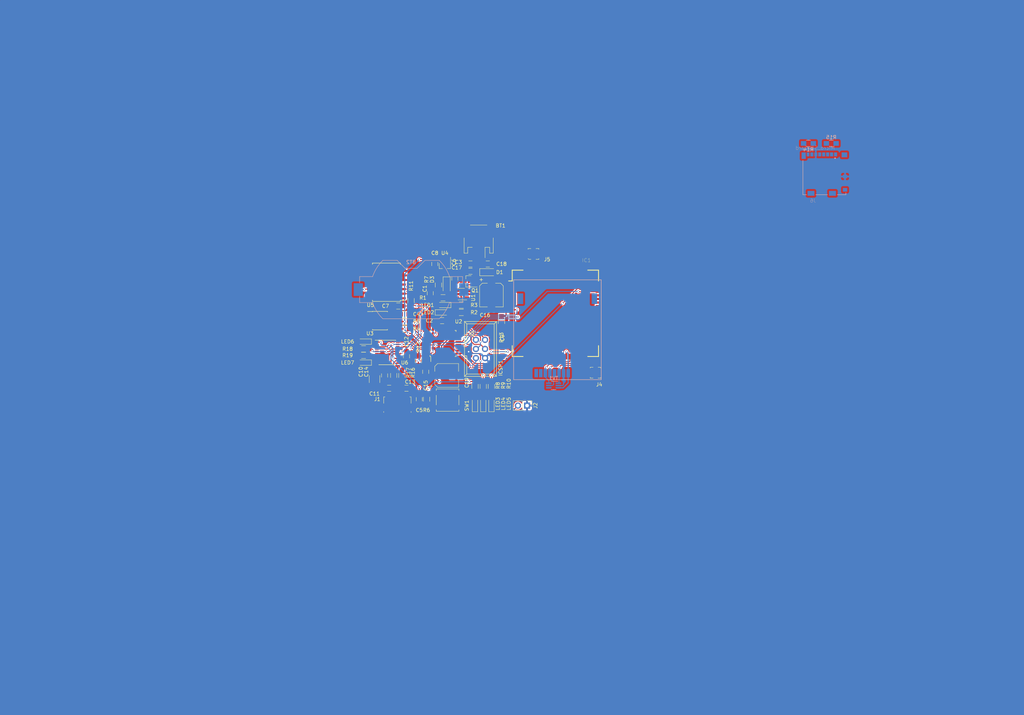
<source format=kicad_pcb>
(kicad_pcb (version 4) (host pcbnew 4.0.7)
  (layers (0 F.Cu signal) (31 B.Cu signal) (34 B.Paste user) (35 F.Paste user) (36 B.SilkS user) (37 F.SilkS user) (38 B.Mask user) (39 F.Mask user) (44 Edge.Cuts user))
  (net 0 "")
  (net 1 +BATT)
  (net 2 GND)
  (net 3 "Net-(BT2-Pad1)")
  (net 4 VBUS)
  (net 5 "Net-(C2-Pad1)")
  (net 6 +3V3)
  (net 7 /ARD_RST)
  (net 8 /DTR)
  (net 9 "Net-(C6-Pad1)")
  (net 10 /RTC_PWR)
  (net 11 "Net-(C9-Pad1)")
  (net 12 "Net-(C11-Pad1)")
  (net 13 "Net-(C12-Pad1)")
  (net 14 "Net-(C13-Pad1)")
  (net 15 +2V8)
  (net 16 /SIM808_P)
  (net 17 "Net-(IC1-Pad9)")
  (net 18 /SIM808_RI)
  (net 19 "Net-(IC1-Pad11)")
  (net 20 "Net-(IC1-Pad12)")
  (net 21 "Net-(IC1-Pad13)")
  (net 22 /ARD_HRX)
  (net 23 /ARD_HTX)
  (net 24 "Net-(IC1-Pad19)")
  (net 25 "Net-(IC1-Pad20)")
  (net 26 "Net-(IC1-Pad21)")
  (net 27 "Net-(IC1-Pad22)")
  (net 28 "Net-(IC1-Pad23)")
  (net 29 "Net-(IC1-Pad24)")
  (net 30 "Net-(IC1-Pad25)")
  (net 31 "Net-(IC1-Pad26)")
  (net 32 "Net-(IC1-Pad27)")
  (net 33 +1V8)
  (net 34 /SIMDATA)
  (net 35 /SIMCLK)
  (net 36 /SIMRST)
  (net 37 "Net-(IC1-Pad33)")
  (net 38 "Net-(IC1-Pad35)")
  (net 39 "Net-(IC1-Pad37)")
  (net 40 "Net-(IC1-Pad38)")
  (net 41 "Net-(IC1-Pad39)")
  (net 42 "Net-(IC1-Pad41)")
  (net 43 "Net-(IC1-Pad42)")
  (net 44 "Net-(IC1-Pad43)")
  (net 45 "Net-(IC1-Pad44)")
  (net 46 "Net-(IC1-Pad45)")
  (net 47 "Net-(IC1-Pad46)")
  (net 48 "Net-(IC1-Pad47)")
  (net 49 "Net-(IC1-Pad48)")
  (net 50 /SIM808_S)
  (net 51 /NETWORK_LED)
  (net 52 "Net-(IC1-Pad53)")
  (net 53 "Net-(IC1-Pad55)")
  (net 54 "Net-(IC1-Pad56)")
  (net 55 "Net-(IC1-Pad57)")
  (net 56 "Net-(IC1-Pad58)")
  (net 57 "Net-(IC1-Pad59)")
  (net 58 "Net-(IC1-Pad60)")
  (net 59 "Net-(IC1-Pad61)")
  (net 60 "Net-(IC1-Pad62)")
  (net 61 "Net-(IC1-Pad63)")
  (net 62 "Net-(IC1-Pad66)")
  (net 63 /ARD_MISO)
  (net 64 /ARD_SCK)
  (net 65 /ARD_MOSI)
  (net 66 "Net-(J1-Pad4)")
  (net 67 "Net-(J2-Pad2)")
  (net 68 "Net-(J3-Pad6)")
  (net 69 "Net-(J6-Pad8)")
  (net 70 /ARD_IO10)
  (net 71 "Net-(J6-Pad1)")
  (net 72 "Net-(R1-Pad1)")
  (net 73 "Net-(R2-Pad2)")
  (net 74 /SDA)
  (net 75 /SCL)
  (net 76 "Net-(R11-Pad1)")
  (net 77 /WAKE_UP)
  (net 78 "Net-(R16-Pad1)")
  (net 79 "Net-(R17-Pad2)")
  (net 80 "Net-(R18-Pad1)")
  (net 81 "Net-(R19-Pad1)")
  (net 82 "Net-(U2-Pad7)")
  (net 83 "Net-(U2-Pad8)")
  (net 84 "Net-(U2-Pad11)")
  (net 85 "Net-(U2-Pad19)")
  (net 86 "Net-(U2-Pad22)")
  (net 87 "Net-(U2-Pad24)")
  (net 88 "Net-(U2-Pad25)")
  (net 89 "Net-(U2-Pad26)")
  (net 90 /ARD_RX)
  (net 91 /ARD_TX)
  (net 92 "Net-(U3-Pad7)")
  (net 93 "Net-(U5-Pad1)")
  (net 94 "Net-(U5-Pad4)")
  (net 95 "Net-(U6-Pad2)")
  (net 96 +3V3_FDTI)
  (net 97 "Net-(U6-Pad5)")
  (net 98 "Net-(U6-Pad7)")
  (net 99 "Net-(U6-Pad8)")
  (net 100 "Net-(U6-Pad18)")
  (net 101 "Net-(U6-Pad19)")
  (net 102 "Net-(LED1-Pad1)")
  (net 103 "Net-(LED2-Pad2)")
  (net 104 "Net-(LED3-Pad2)")
  (net 105 "Net-(LED4-Pad2)")
  (net 106 "Net-(LED5-Pad2)")
  (net 107 "Net-(LED6-Pad2)")
  (net 108 "Net-(LED7-Pad2)")
  (net 109 "Net-(U2-Pad2)")
  (net 110 "Net-(TV1-Pad4)")
  (module custom-conn:VASCH3x2 (layer F.Cu) (at 139.954 104.14 270)
    (fp_text reference ICSP1 (at 5.334 -5.588 450) (layer F.SilkS))
    (fp_text value CONN_02X03 hide)
    (pad 1 thru_hole circle (at -2.54 1.27 270) (size 1.7272 1.7272) (drill 1.016) (layers *.Cu *.Mask) (net 63 /ARD_MISO))
    (pad 2 thru_hole circle (at -2.54 -1.27 270) (size 1.7272 1.7272) (drill 1.016) (layers *.Cu *.Mask) (net 6 +3V3))
    (pad 3 thru_hole circle (at 0 1.27 270) (size 1.7272 1.7272) (drill 1.016) (layers *.Cu *.Mask) (net 64 /ARD_SCK))
    (pad 4 thru_hole circle (at 0 -1.27 270) (size 1.7272 1.7272) (drill 1.016) (layers *.Cu *.Mask) (net 65 /ARD_MOSI))
    (pad 5 thru_hole circle (at 2.54 1.27 270) (size 1.7272 1.7272) (drill 1.016) (layers *.Cu *.Mask) (net 7 /ARD_RST))
    (pad 6 thru_hole circle (at 2.54 -1.27 270) (size 1.7272 1.7272) (drill 1.016) (layers *.Cu *.Mask) (net 2 GND))
  )
  (module Housings_SOIC:SOIC-16W_7.5x10.3mm_Pitch1.27mm (layer F.Cu) (at 113.792 85.598 180)
    (fp_text reference U5 (at 4.445 -6.35 360) (layer F.SilkS))
    (fp_text value DS3231SN hide)
    (pad 1 smd rect (at -4.65 -4.445 180) (size 1.5 0.6) (layers F.Cu F.Paste F.Mask) (net 93 "Net-(U5-Pad1)"))
    (pad 2 smd rect (at -4.65 -3.175 180) (size 1.5 0.6) (layers F.Cu F.Paste F.Mask) (net 76 "Net-(R11-Pad1)"))
    (pad 3 smd rect (at -4.65 -1.905 180) (size 1.5 0.6) (layers F.Cu F.Paste F.Mask) (net 77 /WAKE_UP))
    (pad 4 smd rect (at -4.65 -0.635 180) (size 1.5 0.6) (layers F.Cu F.Paste F.Mask) (net 94 "Net-(U5-Pad4)"))
    (pad 5 smd rect (at -4.65 0.635 180) (size 1.5 0.6) (layers F.Cu F.Paste F.Mask) (net 2 GND))
    (pad 6 smd rect (at -4.65 1.905 180) (size 1.5 0.6) (layers F.Cu F.Paste F.Mask) (net 2 GND))
    (pad 7 smd rect (at -4.65 3.175 180) (size 1.5 0.6) (layers F.Cu F.Paste F.Mask) (net 2 GND))
    (pad 8 smd rect (at -4.65 4.445 180) (size 1.5 0.6) (layers F.Cu F.Paste F.Mask) (net 2 GND))
    (pad 9 smd rect (at 4.65 4.445 180) (size 1.5 0.6) (layers F.Cu F.Paste F.Mask) (net 2 GND))
    (pad 10 smd rect (at 4.65 3.175 180) (size 1.5 0.6) (layers F.Cu F.Paste F.Mask) (net 2 GND))
    (pad 11 smd rect (at 4.65 1.905 180) (size 1.5 0.6) (layers F.Cu F.Paste F.Mask) (net 2 GND))
    (pad 12 smd rect (at 4.65 0.635 180) (size 1.5 0.6) (layers F.Cu F.Paste F.Mask) (net 2 GND))
    (pad 13 smd rect (at 4.65 -0.635 180) (size 1.5 0.6) (layers F.Cu F.Paste F.Mask) (net 2 GND))
    (pad 14 smd rect (at 4.65 -1.905 180) (size 1.5 0.6) (layers F.Cu F.Paste F.Mask) (net 3 "Net-(BT2-Pad1)"))
    (pad 15 smd rect (at 4.65 -3.175 180) (size 1.5 0.6) (layers F.Cu F.Paste F.Mask) (net 74 /SDA))
    (pad 16 smd rect (at 4.65 -4.445 180) (size 1.5 0.6) (layers F.Cu F.Paste F.Mask) (net 75 /SCL))
  )
  (module Capacitors_SMD:C_0805_HandSoldering (layer F.Cu) (at 113.284 111.506 270)
    (fp_text reference C14 (at -1.016 5.08 450) (layer F.SilkS))
    (fp_text value 0.1uF hide)
    (pad 1 smd rect (at -1.25 0 270) (size 1.5 1.25) (layers F.Cu F.Paste F.Mask) (net 4 VBUS))
    (pad 2 smd rect (at 1.25 0 270) (size 1.5 1.25) (layers F.Cu F.Paste F.Mask) (net 2 GND))
  )
  (module Resistors_SMD:R_0805_HandSoldering (layer F.Cu) (at 134.62 91.948)
    (fp_text reference R3 (at 3.556 0 180) (layer F.SilkS))
    (fp_text value 470R hide)
    (pad 1 smd rect (at -1.35 0) (size 1.5 1.3) (layers F.Cu F.Paste F.Mask) (net 102 "Net-(LED1-Pad1)"))
    (pad 2 smd rect (at 1.35 0) (size 1.5 1.3) (layers F.Cu F.Paste F.Mask) (net 73 "Net-(R2-Pad2)"))
  )
  (module Capacitors_SMD:C_0805_HandSoldering (layer F.Cu) (at 122.936 118.11 90)
    (fp_text reference C5 (at -3.048 0 180) (layer F.SilkS))
    (fp_text value 0.1uF hide)
    (pad 1 smd rect (at -1.25 0 90) (size 1.5 1.25) (layers F.Cu F.Paste F.Mask) (net 7 /ARD_RST))
    (pad 2 smd rect (at 1.25 0 90) (size 1.5 1.25) (layers F.Cu F.Paste F.Mask) (net 8 /DTR))
  )
  (module Housings_QFP:TQFP-32_7x7mm_Pitch0.8mm (layer F.Cu) (at 129.54 102.616 90)
    (fp_text reference U2 (at 6.096 4.318 180) (layer F.SilkS))
    (fp_text value ATMEGA328P-AU hide)
    (pad 1 smd rect (at -4.25 -2.8 90) (size 1.6 0.55) (layers F.Cu F.Paste F.Mask) (net 77 /WAKE_UP))
    (pad 2 smd rect (at -4.25 -2 90) (size 1.6 0.55) (layers F.Cu F.Paste F.Mask) (net 109 "Net-(U2-Pad2)"))
    (pad 3 smd rect (at -4.25 -1.2 90) (size 1.6 0.55) (layers F.Cu F.Paste F.Mask) (net 2 GND))
    (pad 4 smd rect (at -4.25 -0.4 90) (size 1.6 0.55) (layers F.Cu F.Paste F.Mask) (net 6 +3V3))
    (pad 5 smd rect (at -4.25 0.4 90) (size 1.6 0.55) (layers F.Cu F.Paste F.Mask) (net 2 GND))
    (pad 6 smd rect (at -4.25 1.2 90) (size 1.6 0.55) (layers F.Cu F.Paste F.Mask) (net 6 +3V3))
    (pad 7 smd rect (at -4.25 2 90) (size 1.6 0.55) (layers F.Cu F.Paste F.Mask) (net 82 "Net-(U2-Pad7)"))
    (pad 8 smd rect (at -4.25 2.8 90) (size 1.6 0.55) (layers F.Cu F.Paste F.Mask) (net 83 "Net-(U2-Pad8)"))
    (pad 9 smd rect (at -2.8 4.25 180) (size 1.6 0.55) (layers F.Cu F.Paste F.Mask) (net 23 /ARD_HTX))
    (pad 10 smd rect (at -2 4.25 180) (size 1.6 0.55) (layers F.Cu F.Paste F.Mask) (net 22 /ARD_HRX))
    (pad 11 smd rect (at -1.2 4.25 180) (size 1.6 0.55) (layers F.Cu F.Paste F.Mask) (net 84 "Net-(U2-Pad11)"))
    (pad 12 smd rect (at -0.4 4.25 180) (size 1.6 0.55) (layers F.Cu F.Paste F.Mask) (net 50 /SIM808_S))
    (pad 13 smd rect (at 0.4 4.25 180) (size 1.6 0.55) (layers F.Cu F.Paste F.Mask) (net 16 /SIM808_P))
    (pad 14 smd rect (at 1.2 4.25 180) (size 1.6 0.55) (layers F.Cu F.Paste F.Mask) (net 70 /ARD_IO10))
    (pad 15 smd rect (at 2 4.25 180) (size 1.6 0.55) (layers F.Cu F.Paste F.Mask) (net 65 /ARD_MOSI))
    (pad 16 smd rect (at 2.8 4.25 180) (size 1.6 0.55) (layers F.Cu F.Paste F.Mask) (net 63 /ARD_MISO))
    (pad 17 smd rect (at 4.25 2.8 90) (size 1.6 0.55) (layers F.Cu F.Paste F.Mask) (net 64 /ARD_SCK))
    (pad 18 smd rect (at 4.25 2 90) (size 1.6 0.55) (layers F.Cu F.Paste F.Mask) (net 6 +3V3))
    (pad 19 smd rect (at 4.25 1.2 90) (size 1.6 0.55) (layers F.Cu F.Paste F.Mask) (net 85 "Net-(U2-Pad19)"))
    (pad 20 smd rect (at 4.25 0.4 90) (size 1.6 0.55) (layers F.Cu F.Paste F.Mask) (net 5 "Net-(C2-Pad1)"))
    (pad 21 smd rect (at 4.25 -0.4 90) (size 1.6 0.55) (layers F.Cu F.Paste F.Mask) (net 2 GND))
    (pad 22 smd rect (at 4.25 -1.2 90) (size 1.6 0.55) (layers F.Cu F.Paste F.Mask) (net 86 "Net-(U2-Pad22)"))
    (pad 23 smd rect (at 4.25 -2 90) (size 1.6 0.55) (layers F.Cu F.Paste F.Mask) (net 10 /RTC_PWR))
    (pad 24 smd rect (at 4.25 -2.8 90) (size 1.6 0.55) (layers F.Cu F.Paste F.Mask) (net 87 "Net-(U2-Pad24)"))
    (pad 25 smd rect (at 2.8 -4.25 180) (size 1.6 0.55) (layers F.Cu F.Paste F.Mask) (net 88 "Net-(U2-Pad25)"))
    (pad 26 smd rect (at 2 -4.25 180) (size 1.6 0.55) (layers F.Cu F.Paste F.Mask) (net 89 "Net-(U2-Pad26)"))
    (pad 27 smd rect (at 1.2 -4.25 180) (size 1.6 0.55) (layers F.Cu F.Paste F.Mask) (net 74 /SDA))
    (pad 28 smd rect (at 0.4 -4.25 180) (size 1.6 0.55) (layers F.Cu F.Paste F.Mask) (net 75 /SCL))
    (pad 29 smd rect (at -0.4 -4.25 180) (size 1.6 0.55) (layers F.Cu F.Paste F.Mask) (net 7 /ARD_RST))
    (pad 30 smd rect (at -1.2 -4.25 180) (size 1.6 0.55) (layers F.Cu F.Paste F.Mask) (net 90 /ARD_RX))
    (pad 31 smd rect (at -2 -4.25 180) (size 1.6 0.55) (layers F.Cu F.Paste F.Mask) (net 91 /ARD_TX))
    (pad 32 smd rect (at -2.8 -4.25 180) (size 1.6 0.55) (layers F.Cu F.Paste F.Mask) (net 18 /SIM808_RI))
  )
  (module Resistors_SMD:R_0805_HandSoldering (layer F.Cu) (at 118.11 111.506 270)
    (fp_text reference R16 (at -0.762 -3.048 450) (layer F.SilkS))
    (fp_text value 27R hide)
    (pad 1 smd rect (at -1.35 0 270) (size 1.5 1.3) (layers F.Cu F.Paste F.Mask) (net 78 "Net-(R16-Pad1)"))
    (pad 2 smd rect (at 1.35 0 270) (size 1.5 1.3) (layers F.Cu F.Paste F.Mask) (net 14 "Net-(C13-Pad1)"))
  )
  (module Connectors_JST:JST_PH_S2B-PH-SM4-TB_02x2.00mm_Angled (layer F.Cu) (at 139.446 74.168 180)
    (fp_text reference BT1 (at -6.096 4.318 180) (layer F.SilkS))
    (fp_text value "External battery")
    (pad 1 smd rect (at -1 -2.875 180) (size 1 3.5) (layers F.Cu F.Paste F.Mask) (net 1 +BATT))
    (pad 2 smd rect (at 1 -2.875 180) (size 1 3.5) (layers F.Cu F.Paste F.Mask) (net 2 GND))
    (pad "" smd rect (at -3.35 2.875 180) (size 1.5 3.4) (layers F.Cu F.Paste F.Mask))
    (pad "" smd rect (at 3.35 2.875 180) (size 1.5 3.4) (layers F.Cu F.Paste F.Mask))
  )
  (module Battery_Holders:Keystone_1058_1x2032-CoinCell (layer B.Cu) (at 120.65 87.63)
    (fp_text reference BT2 (at 0 -7.62) (layer B.SilkS) (effects (justify mirror)))
    (fp_text value "Backup battery")
    (pad 1 smd rect (at -14.68 0) (size 2.54 3.51) (layers B.Cu B.Paste B.Mask) (net 3 "Net-(BT2-Pad1)"))
    (pad 2 smd rect (at 14.68 0) (size 2.54 3.51) (layers B.Cu B.Paste B.Mask) (net 2 GND))
  )
  (module Capacitors_SMD:C_0805_HandSoldering (layer F.Cu) (at 125.984 88.646 90)
    (fp_text reference C1 (at 1.27 -1.524 90) (layer F.SilkS))
    (fp_text value 4.7uF hide)
    (pad 1 smd rect (at -1.25 0 90) (size 1.5 1.25) (layers F.Cu F.Paste F.Mask) (net 2 GND))
    (pad 2 smd rect (at 1.25 0 90) (size 1.5 1.25) (layers F.Cu F.Paste F.Mask) (net 4 VBUS))
  )
  (module Capacitors_SMD:C_0805_HandSoldering (layer F.Cu) (at 129.286 96.266 180)
    (fp_text reference C2 (at 3.556 0 180) (layer F.SilkS))
    (fp_text value 0.1uF hide)
    (pad 1 smd rect (at -1.25 0 180) (size 1.5 1.25) (layers F.Cu F.Paste F.Mask) (net 5 "Net-(C2-Pad1)"))
    (pad 2 smd rect (at 1.25 0 180) (size 1.5 1.25) (layers F.Cu F.Paste F.Mask) (net 2 GND))
  )
  (module Capacitors_SMD:C_0805_HandSoldering (layer F.Cu) (at 137.16 80.518 180)
    (fp_text reference C3 (at 3.302 0.508 180) (layer F.SilkS))
    (fp_text value 4.7uF hide)
    (pad 1 smd rect (at -1.25 0 180) (size 1.5 1.25) (layers F.Cu F.Paste F.Mask) (net 1 +BATT))
    (pad 2 smd rect (at 1.25 0 180) (size 1.5 1.25) (layers F.Cu F.Paste F.Mask) (net 2 GND))
  )
  (module Capacitors_SMD:C_0805_HandSoldering (layer F.Cu) (at 118.872 94.488)
    (fp_text reference C4 (at 3.302 0) (layer F.SilkS))
    (fp_text value 0.1uF hide)
    (pad 1 smd rect (at -1.25 0) (size 1.5 1.25) (layers F.Cu F.Paste F.Mask) (net 6 +3V3))
    (pad 2 smd rect (at 1.25 0) (size 1.5 1.25) (layers F.Cu F.Paste F.Mask) (net 2 GND))
  )
  (module Capacitors_SMD:C_0805_HandSoldering (layer F.Cu) (at 132.842 84.582 90)
    (fp_text reference C6 (at 4.572 -0.254 270) (layer F.SilkS))
    (fp_text value 1uF hide)
    (pad 1 smd rect (at -1.25 0 90) (size 1.5 1.25) (layers F.Cu F.Paste F.Mask) (net 9 "Net-(C6-Pad1)"))
    (pad 2 smd rect (at 1.25 0 90) (size 1.5 1.25) (layers F.Cu F.Paste F.Mask) (net 2 GND))
  )
  (module Capacitors_SMD:C_0805_HandSoldering (layer F.Cu) (at 117.094 92.202 180)
    (fp_text reference C7 (at 3.556 0 180) (layer F.SilkS))
    (fp_text value 0.1uF hide)
    (pad 1 smd rect (at -1.25 0 180) (size 1.5 1.25) (layers F.Cu F.Paste F.Mask) (net 10 /RTC_PWR))
    (pad 2 smd rect (at 1.25 0 180) (size 1.5 1.25) (layers F.Cu F.Paste F.Mask) (net 2 GND))
  )
  (module Capacitors_SMD:C_0805_HandSoldering (layer F.Cu) (at 127.254 80.518 270)
    (fp_text reference C8 (at -3.048 0 360) (layer F.SilkS))
    (fp_text value 1uF hide)
    (pad 1 smd rect (at -1.25 0 270) (size 1.5 1.25) (layers F.Cu F.Paste F.Mask) (net 6 +3V3))
    (pad 2 smd rect (at 1.25 0 270) (size 1.5 1.25) (layers F.Cu F.Paste F.Mask) (net 2 GND))
  )
  (module Capacitors_SMD:C_0805_HandSoldering (layer F.Cu) (at 146.05 104.902 90)
    (fp_text reference C9 (at 3.81 0 90) (layer F.SilkS))
    (fp_text value 10uF hide)
    (pad 1 smd rect (at -1.25 0 90) (size 1.5 1.25) (layers F.Cu F.Paste F.Mask) (net 11 "Net-(C9-Pad1)"))
    (pad 2 smd rect (at 1.25 0 90) (size 1.5 1.25) (layers F.Cu F.Paste F.Mask) (net 2 GND))
  )
  (module Capacitors_SMD:C_1210_HandSoldering (layer F.Cu) (at 110.49 112.522 270)
    (fp_text reference C10 (at -2.032 3.81 270) (layer F.SilkS))
    (fp_text value 4.7uF hide)
    (pad 1 smd rect (at -2 0 270) (size 2 2.5) (layers F.Cu F.Paste F.Mask) (net 4 VBUS))
    (pad 2 smd rect (at 2 0 270) (size 2 2.5) (layers F.Cu F.Paste F.Mask) (net 2 GND))
  )
  (module Capacitors_SMD:C_0805_HandSoldering (layer F.Cu) (at 114.554 115.062 180)
    (fp_text reference C11 (at 4.064 -1.524 180) (layer F.SilkS))
    (fp_text value 47pF hide)
    (pad 1 smd rect (at -1.25 0 180) (size 1.5 1.25) (layers F.Cu F.Paste F.Mask) (net 12 "Net-(C11-Pad1)"))
    (pad 2 smd rect (at 1.25 0 180) (size 1.5 1.25) (layers F.Cu F.Paste F.Mask) (net 2 GND))
  )
  (module Capacitors_SMD:C_0805_HandSoldering (layer F.Cu) (at 119.38 106.172 90)
    (fp_text reference C12 (at 4.064 0 90) (layer F.SilkS))
    (fp_text value 0.1uF hide)
    (pad 1 smd rect (at -1.25 0 90) (size 1.5 1.25) (layers F.Cu F.Paste F.Mask) (net 13 "Net-(C12-Pad1)"))
    (pad 2 smd rect (at 1.25 0 90) (size 1.5 1.25) (layers F.Cu F.Paste F.Mask) (net 2 GND))
  )
  (module Capacitors_SMD:C_0805_HandSoldering (layer F.Cu) (at 119.38 115.062)
    (fp_text reference C13 (at 1.016 -1.778) (layer F.SilkS))
    (fp_text value 47pF hide)
    (pad 1 smd rect (at -1.25 0) (size 1.5 1.25) (layers F.Cu F.Paste F.Mask) (net 14 "Net-(C13-Pad1)"))
    (pad 2 smd rect (at 1.25 0) (size 1.5 1.25) (layers F.Cu F.Paste F.Mask) (net 2 GND))
  )
  (module Diodes_SMD:D_SOD-123 (layer F.Cu) (at 130.556 86.36 270)
    (fp_text reference D3 (at -1.524 4.064 450) (layer F.SilkS))
    (fp_text value B130LAW hide)
    (pad 1 smd rect (at -1.65 0 270) (size 0.9 1.2) (layers F.Cu F.Paste F.Mask) (net 9 "Net-(C6-Pad1)"))
    (pad 2 smd rect (at 1.65 0 270) (size 0.9 1.2) (layers F.Cu F.Paste F.Mask) (net 4 VBUS))
  )
  (module SIM808:QFN100P2400X2400X260-68N (layer F.Cu) (at 160.782 94.234)
    (fp_text reference IC1 (at 8.636 -14.732) (layer F.SilkS) (effects (font (size 1.00176 1.00176) (thickness 0.05))))
    (fp_text value SIM808 hide)
    (pad 1 smd rect (at -12 -8) (size 1.6 0.6) (layers F.Cu F.Paste F.Mask) (net 2 GND))
    (pad 2 smd rect (at -12 -7) (size 1.6 0.6) (layers F.Cu F.Paste F.Mask) (net 2 GND))
    (pad 3 smd rect (at -12 -6) (size 1.6 0.6) (layers F.Cu F.Paste F.Mask) (net 2 GND))
    (pad 4 smd rect (at -12 -5) (size 1.6 0.6) (layers F.Cu F.Paste F.Mask) (net 1 +BATT))
    (pad 5 smd rect (at -12 -4) (size 1.6 0.6) (layers F.Cu F.Paste F.Mask) (net 1 +BATT))
    (pad 6 smd rect (at -12 -3) (size 1.6 0.6) (layers F.Cu F.Paste F.Mask) (net 1 +BATT))
    (pad 7 smd rect (at -12 -2) (size 1.6 0.6) (layers F.Cu F.Paste F.Mask) (net 15 +2V8))
    (pad 8 smd rect (at -12 -1) (size 1.6 0.6) (layers F.Cu F.Paste F.Mask) (net 16 /SIM808_P))
    (pad 9 smd rect (at -12 0) (size 1.6 0.6) (layers F.Cu F.Paste F.Mask) (net 17 "Net-(IC1-Pad9)"))
    (pad 10 smd rect (at -12 1) (size 1.6 0.6) (layers F.Cu F.Paste F.Mask) (net 18 /SIM808_RI))
    (pad 11 smd rect (at -12 2) (size 1.6 0.6) (layers F.Cu F.Paste F.Mask) (net 19 "Net-(IC1-Pad11)"))
    (pad 12 smd rect (at -12 3) (size 1.6 0.6) (layers F.Cu F.Paste F.Mask) (net 20 "Net-(IC1-Pad12)"))
    (pad 13 smd rect (at -12 4) (size 1.6 0.6) (layers F.Cu F.Paste F.Mask) (net 21 "Net-(IC1-Pad13)"))
    (pad 14 smd rect (at -12 5) (size 1.6 0.6) (layers F.Cu F.Paste F.Mask) (net 22 /ARD_HRX))
    (pad 15 smd rect (at -12 6) (size 1.6 0.6) (layers F.Cu F.Paste F.Mask) (net 23 /ARD_HTX))
    (pad 16 smd rect (at -12 7) (size 1.6 0.6) (layers F.Cu F.Paste F.Mask) (net 7 /ARD_RST))
    (pad 17 smd rect (at -12 8) (size 1.6 0.6) (layers F.Cu F.Paste F.Mask) (net 11 "Net-(C9-Pad1)"))
    (pad 18 smd rect (at -8 12 90) (size 1.6 0.6) (layers F.Cu F.Paste F.Mask) (net 2 GND))
    (pad 19 smd rect (at -7 12 90) (size 1.6 0.6) (layers F.Cu F.Paste F.Mask) (net 24 "Net-(IC1-Pad19)"))
    (pad 20 smd rect (at -6 12 90) (size 1.6 0.6) (layers F.Cu F.Paste F.Mask) (net 25 "Net-(IC1-Pad20)"))
    (pad 21 smd rect (at -5 12 90) (size 1.6 0.6) (layers F.Cu F.Paste F.Mask) (net 26 "Net-(IC1-Pad21)"))
    (pad 22 smd rect (at -4 12 90) (size 1.6 0.6) (layers F.Cu F.Paste F.Mask) (net 27 "Net-(IC1-Pad22)"))
    (pad 23 smd rect (at -3 12 90) (size 1.6 0.6) (layers F.Cu F.Paste F.Mask) (net 28 "Net-(IC1-Pad23)"))
    (pad 24 smd rect (at -2 12 90) (size 1.6 0.6) (layers F.Cu F.Paste F.Mask) (net 29 "Net-(IC1-Pad24)"))
    (pad 25 smd rect (at -1 12 90) (size 1.6 0.6) (layers F.Cu F.Paste F.Mask) (net 30 "Net-(IC1-Pad25)"))
    (pad 26 smd rect (at 0 12 90) (size 1.6 0.6) (layers F.Cu F.Paste F.Mask) (net 31 "Net-(IC1-Pad26)"))
    (pad 27 smd rect (at 1 12 90) (size 1.6 0.6) (layers F.Cu F.Paste F.Mask) (net 32 "Net-(IC1-Pad27)"))
    (pad 28 smd rect (at 2 12 90) (size 1.6 0.6) (layers F.Cu F.Paste F.Mask) (net 2 GND))
    (pad 29 smd rect (at 3 12 90) (size 1.6 0.6) (layers F.Cu F.Paste F.Mask) (net 33 +1V8))
    (pad 30 smd rect (at 4 12 90) (size 1.6 0.6) (layers F.Cu F.Paste F.Mask) (net 34 /SIMDATA))
    (pad 31 smd rect (at 5 12 90) (size 1.6 0.6) (layers F.Cu F.Paste F.Mask) (net 35 /SIMCLK))
    (pad 32 smd rect (at 6 12 90) (size 1.6 0.6) (layers F.Cu F.Paste F.Mask) (net 36 /SIMRST))
    (pad 33 smd rect (at 7 12 90) (size 1.6 0.6) (layers F.Cu F.Paste F.Mask) (net 37 "Net-(IC1-Pad33)"))
    (pad 34 smd rect (at 8 12 90) (size 1.6 0.6) (layers F.Cu F.Paste F.Mask) (net 2 GND))
    (pad 35 smd rect (at 12 8 180) (size 1.6 0.6) (layers F.Cu F.Paste F.Mask) (net 38 "Net-(IC1-Pad35)"))
    (pad 36 smd rect (at 12 7 180) (size 1.6 0.6) (layers F.Cu F.Paste F.Mask) (net 2 GND))
    (pad 37 smd rect (at 12 6 180) (size 1.6 0.6) (layers F.Cu F.Paste F.Mask) (net 39 "Net-(IC1-Pad37)"))
    (pad 38 smd rect (at 12 5 180) (size 1.6 0.6) (layers F.Cu F.Paste F.Mask) (net 40 "Net-(IC1-Pad38)"))
    (pad 39 smd rect (at 12 4 180) (size 1.6 0.6) (layers F.Cu F.Paste F.Mask) (net 41 "Net-(IC1-Pad39)"))
    (pad 40 smd rect (at 12 3 180) (size 1.6 0.6) (layers F.Cu F.Paste F.Mask) (net 2 GND))
    (pad 41 smd rect (at 12 2 180) (size 1.6 0.6) (layers F.Cu F.Paste F.Mask) (net 42 "Net-(IC1-Pad41)"))
    (pad 42 smd rect (at 12 1 180) (size 1.6 0.6) (layers F.Cu F.Paste F.Mask) (net 43 "Net-(IC1-Pad42)"))
    (pad 43 smd rect (at 12 0 180) (size 1.6 0.6) (layers F.Cu F.Paste F.Mask) (net 44 "Net-(IC1-Pad43)"))
    (pad 44 smd rect (at 12 -1 180) (size 1.6 0.6) (layers F.Cu F.Paste F.Mask) (net 45 "Net-(IC1-Pad44)"))
    (pad 45 smd rect (at 12 -2 180) (size 1.6 0.6) (layers F.Cu F.Paste F.Mask) (net 46 "Net-(IC1-Pad45)"))
    (pad 46 smd rect (at 12 -3 180) (size 1.6 0.6) (layers F.Cu F.Paste F.Mask) (net 47 "Net-(IC1-Pad46)"))
    (pad 47 smd rect (at 12 -4 180) (size 1.6 0.6) (layers F.Cu F.Paste F.Mask) (net 48 "Net-(IC1-Pad47)"))
    (pad 48 smd rect (at 12 -5 180) (size 1.6 0.6) (layers F.Cu F.Paste F.Mask) (net 49 "Net-(IC1-Pad48)"))
    (pad 49 smd rect (at 12 -6 180) (size 1.6 0.6) (layers F.Cu F.Paste F.Mask) (net 50 /SIM808_S))
    (pad 50 smd rect (at 12 -7 180) (size 1.6 0.6) (layers F.Cu F.Paste F.Mask) (net 51 /NETWORK_LED))
    (pad 51 smd rect (at 12 -8 180) (size 1.6 0.6) (layers F.Cu F.Paste F.Mask) (net 2 GND))
    (pad 52 smd rect (at 8 -12 270) (size 1.6 0.6) (layers F.Cu F.Paste F.Mask) (net 2 GND))
    (pad 53 smd rect (at 7 -12 270) (size 1.6 0.6) (layers F.Cu F.Paste F.Mask) (net 52 "Net-(IC1-Pad53)"))
    (pad 54 smd rect (at 6 -12 270) (size 1.6 0.6) (layers F.Cu F.Paste F.Mask) (net 2 GND))
    (pad 55 smd rect (at 5 -12 270) (size 1.6 0.6) (layers F.Cu F.Paste F.Mask) (net 53 "Net-(IC1-Pad55)"))
    (pad 56 smd rect (at 4 -12 270) (size 1.6 0.6) (layers F.Cu F.Paste F.Mask) (net 54 "Net-(IC1-Pad56)"))
    (pad 57 smd rect (at 3 -12 270) (size 1.6 0.6) (layers F.Cu F.Paste F.Mask) (net 55 "Net-(IC1-Pad57)"))
    (pad 58 smd rect (at 2 -12 270) (size 1.6 0.6) (layers F.Cu F.Paste F.Mask) (net 56 "Net-(IC1-Pad58)"))
    (pad 59 smd rect (at 1 -12 270) (size 1.6 0.6) (layers F.Cu F.Paste F.Mask) (net 57 "Net-(IC1-Pad59)"))
    (pad 60 smd rect (at 0 -12 270) (size 1.6 0.6) (layers F.Cu F.Paste F.Mask) (net 58 "Net-(IC1-Pad60)"))
    (pad 61 smd rect (at -1 -12 270) (size 1.6 0.6) (layers F.Cu F.Paste F.Mask) (net 59 "Net-(IC1-Pad61)"))
    (pad 62 smd rect (at -2 -12 270) (size 1.6 0.6) (layers F.Cu F.Paste F.Mask) (net 60 "Net-(IC1-Pad62)"))
    (pad 63 smd rect (at -3 -12 270) (size 1.6 0.6) (layers F.Cu F.Paste F.Mask) (net 61 "Net-(IC1-Pad63)"))
    (pad 64 smd rect (at -4 -12 270) (size 1.6 0.6) (layers F.Cu F.Paste F.Mask) (net 2 GND))
    (pad 65 smd rect (at -5 -12 270) (size 1.6 0.6) (layers F.Cu F.Paste F.Mask) (net 2 GND))
    (pad 66 smd rect (at -6 -12 270) (size 1.6 0.6) (layers F.Cu F.Paste F.Mask) (net 62 "Net-(IC1-Pad66)"))
    (pad 67 smd rect (at -7 -12 270) (size 1.6 0.6) (layers F.Cu F.Paste F.Mask) (net 2 GND))
    (pad 68 smd rect (at -8 -12 270) (size 1.6 0.6) (layers F.Cu F.Paste F.Mask) (net 2 GND))
  )
  (module Connectors_USB:USB_Micro-B_Molex_47346-0001 (layer F.Cu) (at 116.84 120.396)
    (fp_text reference J1 (at -5.588 -2.286 180) (layer F.SilkS))
    (fp_text value "Molex 47346-0001" hide)
    (pad 1 smd rect (at -1.3 -2.66) (size 0.45 1.38) (layers F.Cu F.Paste F.Mask) (net 4 VBUS))
    (pad 2 smd rect (at -0.65 -2.66) (size 0.45 1.38) (layers F.Cu F.Paste F.Mask) (net 12 "Net-(C11-Pad1)"))
    (pad 3 smd rect (at 0 -2.66) (size 0.45 1.38) (layers F.Cu F.Paste F.Mask) (net 14 "Net-(C13-Pad1)"))
    (pad 4 smd rect (at 0.65 -2.66) (size 0.45 1.38) (layers F.Cu F.Paste F.Mask) (net 66 "Net-(J1-Pad4)"))
    (pad 5 smd rect (at 1.3 -2.66) (size 0.45 1.38) (layers F.Cu F.Paste F.Mask) (net 2 GND))
    (pad 6 smd rect (at -2.4625 -2.3) (size 1.475 2.1) (layers F.Cu F.Paste F.Mask) (net 2 GND))
    (pad 6 smd rect (at 2.4625 -2.3) (size 1.475 2.1) (layers F.Cu F.Paste F.Mask) (net 2 GND))
    (pad 6 smd rect (at -2.91 0) (size 2.375 1.9) (layers F.Cu F.Paste F.Mask) (net 2 GND))
    (pad 6 smd rect (at 2.91 0) (size 2.375 1.9) (layers F.Cu F.Paste F.Mask) (net 2 GND))
    (pad 6 smd rect (at -0.84 0) (size 1.175 1.9) (layers F.Cu F.Paste F.Mask) (net 2 GND))
    (pad 6 smd rect (at 0.84 0) (size 1.175 1.9) (layers F.Cu F.Paste F.Mask) (net 2 GND))
  )
  (module acronet:47553-0001 (layer B.Cu) (at 155.448 90.17 90)
    (fp_text reference J3 hide)
    (fp_text value 47553-0001 hide)
    (pad 3 smd rect (at -20.7 3.81 90) (size 2.3 1) (layers B.Cu B.Paste B.Mask) (net 35 /SIMCLK))
    (pad CD1 smd rect (at -20.7 1.27 90) (size 2.3 1) (layers B.Cu B.Paste B.Mask))
    (pad CD2 smd rect (at -20.7 0 90) (size 2.3 1) (layers B.Cu B.Paste B.Mask))
    (pad 2 smd rect (at -20.7 6.35 90) (size 2.3 1) (layers B.Cu B.Paste B.Mask) (net 36 /SIMRST))
    (pad 1 smd rect (at -20.7 8.89 90) (size 2.3 1) (layers B.Cu B.Paste B.Mask) (net 33 +1V8))
    (pad 7 smd rect (at -20.7 2.54 90) (size 2.3 1) (layers B.Cu B.Paste B.Mask) (net 34 /SIMDATA))
    (pad 5 smd rect (at -20.7 7.62 90) (size 2.3 1) (layers B.Cu B.Paste B.Mask) (net 2 GND))
    (pad 6 smd rect (at -20.7 5.08 90) (size 2.3 1) (layers B.Cu B.Paste B.Mask) (net 68 "Net-(J3-Pad6)"))
    (pad GND1 smd rect (at 0 16.18 90) (size 2.95 1.5) (layers B.Cu B.Paste B.Mask))
    (pad GND2 smd rect (at 0 -4.37 90) (size 2.95 1.5) (layers B.Cu B.Paste B.Mask))
  )
  (module Connectors_Molex:Molex_Microcoaxial_RF (layer F.Cu) (at 171.958 110.744 180)
    (fp_text reference J4 (at -1.016 -3.302 180) (layer F.SilkS))
    (fp_text value CONN_COAXIAL hide)
    (pad 2 smd rect (at -1.475 0 180) (size 1.05 2.2) (layers F.Cu F.Paste F.Mask) (net 2 GND))
    (pad 2 smd rect (at 1.475 0 180) (size 1.05 2.2) (layers F.Cu F.Paste F.Mask) (net 2 GND))
    (pad 2 smd rect (at 0 -1.5 180) (size 1 1) (layers F.Cu F.Paste F.Mask) (net 2 GND))
    (pad 1 smd rect (at 0 1.5 180) (size 1 1) (layers F.Cu F.Paste F.Mask) (net 38 "Net-(IC1-Pad35)"))
  )
  (module Connectors_Molex:Molex_Microcoaxial_RF (layer F.Cu) (at 154.686 77.724)
    (fp_text reference J5 (at 3.81 1.524) (layer F.SilkS))
    (fp_text value CONN_COAXIAL hide)
    (pad 2 smd rect (at -1.475 0) (size 1.05 2.2) (layers F.Cu F.Paste F.Mask) (net 2 GND))
    (pad 2 smd rect (at 1.475 0) (size 1.05 2.2) (layers F.Cu F.Paste F.Mask) (net 2 GND))
    (pad 2 smd rect (at 0 -1.5) (size 1 1) (layers F.Cu F.Paste F.Mask) (net 2 GND))
    (pad 1 smd rect (at 0 1.5) (size 1 1) (layers F.Cu F.Paste F.Mask) (net 62 "Net-(IC1-Pad66)"))
  )
  (module 104031-0811:MOLEX_104031-0811 (layer B.Cu) (at 235.585 55.245)
    (fp_text reference J6 (at -3.18735 7.64968) (layer B.SilkS) (effects (font (size 1.0039 1.0039) (thickness 0.05)) (justify mirror)))
    (fp_text value Micro_SD_Card (at -2.54813 -7.00732) (layer B.SilkS) (effects (font (size 1.00319 1.00319) (thickness 0.05)) (justify mirror)))
    (pad 8 smd rect (at -4.545 -5.2) (size 0.75 1.1) (layers B.Cu B.Paste B.Mask) (net 69 "Net-(J6-Pad8)"))
    (pad 7 smd rect (at -3.495 -5.2) (size 0.85 1.1) (layers B.Cu B.Paste B.Mask) (net 63 /ARD_MISO))
    (pad 6 smd rect (at -2.395 -5.2) (size 0.85 1.1) (layers B.Cu B.Paste B.Mask) (net 2 GND))
    (pad 5 smd rect (at -1.295 -5.2) (size 0.85 1.1) (layers B.Cu B.Paste B.Mask) (net 64 /ARD_SCK))
    (pad 4 smd rect (at -0.195 -5.2) (size 0.85 1.1) (layers B.Cu B.Paste B.Mask) (net 6 +3V3))
    (pad 3 smd rect (at 0.905 -5.2) (size 0.85 1.1) (layers B.Cu B.Paste B.Mask) (net 65 /ARD_MOSI))
    (pad 2 smd rect (at 2.005 -5.2) (size 0.875 1.1) (layers B.Cu B.Paste B.Mask) (net 70 /ARD_IO10))
    (pad 1 smd rect (at 3.105 -5.2) (size 0.85 1.1) (layers B.Cu B.Paste B.Mask) (net 71 "Net-(J6-Pad1)"))
    (pad 9 smd rect (at 5.74 0.95) (size 1.2 1) (layers B.Cu B.Paste B.Mask) (net 2 GND))
    (pad 10 smd rect (at 5.74 4.65) (size 1.2 1) (layers B.Cu B.Paste B.Mask))
    (pad G3 smd rect (at -3.73 5.625) (size 1.9 1.35) (layers B.Cu B.Paste B.Mask))
    (pad G4 smd rect (at 2.24 5.625) (size 1.9 1.35) (layers B.Cu B.Paste B.Mask))
    (pad G2 smd rect (at -5.755 -4.85) (size 1.17 1.8) (layers B.Cu B.Paste B.Mask))
    (pad G1 smd rect (at 5.565 -5.075) (size 1.55 1.35) (layers B.Cu B.Paste B.Mask))
  )
  (module LEDs:LED_0805_HandSoldering (layer F.Cu) (at 129.54 91.948 180)
    (fp_text reference LED1 (at 4.318 0 180) (layer F.SilkS))
    (fp_text value Chg hide)
    (pad 1 smd rect (at -1.35 0 180) (size 1.5 1.3) (layers F.Cu F.Paste F.Mask) (net 102 "Net-(LED1-Pad1)"))
    (pad 2 smd rect (at 1.35 0 180) (size 1.5 1.3) (layers F.Cu F.Paste F.Mask) (net 4 VBUS))
  )
  (module LEDs:LED_0805_HandSoldering (layer F.Cu) (at 129.54 93.98)
    (fp_text reference LED2 (at -4.318 0) (layer F.SilkS))
    (fp_text value Done hide)
    (pad 1 smd rect (at -1.35 0) (size 1.5 1.3) (layers F.Cu F.Paste F.Mask) (net 2 GND))
    (pad 2 smd rect (at 1.35 0) (size 1.5 1.3) (layers F.Cu F.Paste F.Mask) (net 103 "Net-(LED2-Pad2)"))
  )
  (module LEDs:LED_0805_HandSoldering (layer F.Cu) (at 138.43 119.38 90)
    (fp_text reference LED3 (at 0 6.35 270) (layer F.SilkS))
    (fp_text value Power)
    (pad 1 smd rect (at -1.35 0 90) (size 1.5 1.3) (layers F.Cu F.Paste F.Mask) (net 67 "Net-(J2-Pad2)"))
    (pad 2 smd rect (at 1.35 0 90) (size 1.5 1.3) (layers F.Cu F.Paste F.Mask) (net 104 "Net-(LED3-Pad2)"))
  )
  (module LEDs:LED_0805_HandSoldering (layer F.Cu) (at 140.716 119.38 90)
    (fp_text reference LED4 (at 0 5.588 90) (layer F.SilkS))
    (fp_text value SIM_Power)
    (pad 1 smd rect (at -1.35 0 90) (size 1.5 1.3) (layers F.Cu F.Paste F.Mask) (net 67 "Net-(J2-Pad2)"))
    (pad 2 smd rect (at 1.35 0 90) (size 1.5 1.3) (layers F.Cu F.Paste F.Mask) (net 105 "Net-(LED4-Pad2)"))
  )
  (module LEDs:LED_0805_HandSoldering (layer F.Cu) (at 143.002 119.38 90)
    (fp_text reference LED5 (at 0 4.826 90) (layer F.SilkS))
    (fp_text value Network)
    (pad 1 smd rect (at -1.35 0 90) (size 1.5 1.3) (layers F.Cu F.Paste F.Mask) (net 67 "Net-(J2-Pad2)"))
    (pad 2 smd rect (at 1.35 0 90) (size 1.5 1.3) (layers F.Cu F.Paste F.Mask) (net 106 "Net-(LED5-Pad2)"))
  )
  (module LEDs:LED_0805_HandSoldering (layer F.Cu) (at 107.442 102.108 180)
    (fp_text reference LED6 (at 4.445 0 180) (layer F.SilkS))
    (fp_text value Rx hide)
    (pad 1 smd rect (at -1.35 0 180) (size 1.5 1.3) (layers F.Cu F.Paste F.Mask) (net 96 +3V3_FDTI))
    (pad 2 smd rect (at 1.35 0 180) (size 1.5 1.3) (layers F.Cu F.Paste F.Mask) (net 107 "Net-(LED6-Pad2)"))
  )
  (module LEDs:LED_0805_HandSoldering (layer F.Cu) (at 107.442 107.95 180)
    (fp_text reference LED7 (at 4.445 0 180) (layer F.SilkS))
    (fp_text value Tx hide)
    (pad 1 smd rect (at -1.35 0 180) (size 1.5 1.3) (layers F.Cu F.Paste F.Mask) (net 96 +3V3_FDTI))
    (pad 2 smd rect (at 1.35 0 180) (size 1.5 1.3) (layers F.Cu F.Paste F.Mask) (net 108 "Net-(LED7-Pad2)"))
  )
  (module Resistors_SMD:R_0805_HandSoldering (layer F.Cu) (at 129.54 89.916 180)
    (fp_text reference R1 (at 5.588 0 180) (layer F.SilkS))
    (fp_text value 2k hide)
    (pad 1 smd rect (at -1.35 0 180) (size 1.5 1.3) (layers F.Cu F.Paste F.Mask) (net 72 "Net-(R1-Pad1)"))
    (pad 2 smd rect (at 1.35 0 180) (size 1.5 1.3) (layers F.Cu F.Paste F.Mask) (net 2 GND))
  )
  (module Resistors_SMD:R_0805_HandSoldering (layer F.Cu) (at 134.62 93.98)
    (fp_text reference R2 (at 3.556 0) (layer F.SilkS))
    (fp_text value 1k hide)
    (pad 1 smd rect (at -1.35 0) (size 1.5 1.3) (layers F.Cu F.Paste F.Mask) (net 103 "Net-(LED2-Pad2)"))
    (pad 2 smd rect (at 1.35 0) (size 1.5 1.3) (layers F.Cu F.Paste F.Mask) (net 73 "Net-(R2-Pad2)"))
  )
  (module Resistors_SMD:R_0805_HandSoldering (layer F.Cu) (at 118.872 98.552 180)
    (fp_text reference R4 (at -3.302 0 180) (layer F.SilkS))
    (fp_text value 1k hide)
    (pad 1 smd rect (at -1.35 0 180) (size 1.5 1.3) (layers F.Cu F.Paste F.Mask) (net 74 /SDA))
    (pad 2 smd rect (at 1.35 0 180) (size 1.5 1.3) (layers F.Cu F.Paste F.Mask) (net 6 +3V3))
  )
  (module Resistors_SMD:R_0805_HandSoldering (layer F.Cu) (at 118.872 96.52 180)
    (fp_text reference R5 (at -3.302 0 180) (layer F.SilkS))
    (fp_text value 1k hide)
    (pad 1 smd rect (at -1.35 0 180) (size 1.5 1.3) (layers F.Cu F.Paste F.Mask) (net 75 /SCL))
    (pad 2 smd rect (at 1.35 0 180) (size 1.5 1.3) (layers F.Cu F.Paste F.Mask) (net 6 +3V3))
  )
  (module Resistors_SMD:R_0805_HandSoldering (layer F.Cu) (at 124.968 118.11 90)
    (fp_text reference R6 (at -3.048 0 360) (layer F.SilkS))
    (fp_text value 10k hide)
    (pad 1 smd rect (at -1.35 0 90) (size 1.5 1.3) (layers F.Cu F.Paste F.Mask) (net 7 /ARD_RST))
    (pad 2 smd rect (at 1.35 0 90) (size 1.5 1.3) (layers F.Cu F.Paste F.Mask) (net 6 +3V3))
  )
  (module Resistors_SMD:R_0805_HandSoldering (layer F.Cu) (at 128.27 86.36 90)
    (fp_text reference R7 (at 1.524 -3.302 90) (layer F.SilkS))
    (fp_text value 100k hide)
    (pad 1 smd rect (at -1.35 0 90) (size 1.5 1.3) (layers F.Cu F.Paste F.Mask) (net 4 VBUS))
    (pad 2 smd rect (at 1.35 0 90) (size 1.5 1.3) (layers F.Cu F.Paste F.Mask) (net 2 GND))
  )
  (module Resistors_SMD:R_0805_HandSoldering (layer F.Cu) (at 138.43 114.554 90)
    (fp_text reference R8 (at 0.254 6.35 90) (layer F.SilkS))
    (fp_text value 1k hide)
    (pad 1 smd rect (at -1.35 0 90) (size 1.5 1.3) (layers F.Cu F.Paste F.Mask) (net 104 "Net-(LED3-Pad2)"))
    (pad 2 smd rect (at 1.35 0 90) (size 1.5 1.3) (layers F.Cu F.Paste F.Mask) (net 6 +3V3))
  )
  (module Resistors_SMD:R_0805_HandSoldering (layer F.Cu) (at 140.716 114.554 90)
    (fp_text reference R9 (at 0.254 5.588 90) (layer F.SilkS))
    (fp_text value 1k hide)
    (pad 1 smd rect (at -1.35 0 90) (size 1.5 1.3) (layers F.Cu F.Paste F.Mask) (net 105 "Net-(LED4-Pad2)"))
    (pad 2 smd rect (at 1.35 0 90) (size 1.5 1.3) (layers F.Cu F.Paste F.Mask) (net 50 /SIM808_S))
  )
  (module Resistors_SMD:R_0805_HandSoldering (layer F.Cu) (at 143.002 114.554 90)
    (fp_text reference R10 (at 0.762 4.826 90) (layer F.SilkS))
    (fp_text value 1k hide)
    (pad 1 smd rect (at -1.35 0 90) (size 1.5 1.3) (layers F.Cu F.Paste F.Mask) (net 106 "Net-(LED5-Pad2)"))
    (pad 2 smd rect (at 1.35 0 90) (size 1.5 1.3) (layers F.Cu F.Paste F.Mask) (net 51 /NETWORK_LED))
  )
  (module Resistors_SMD:R_0805_HandSoldering (layer F.Cu) (at 120.65 90.678 270)
    (fp_text reference R11 (at -4.064 0 270) (layer F.SilkS))
    (fp_text value 160R hide)
    (pad 1 smd rect (at -1.35 0 270) (size 1.5 1.3) (layers F.Cu F.Paste F.Mask) (net 76 "Net-(R11-Pad1)"))
    (pad 2 smd rect (at 1.35 0 270) (size 1.5 1.3) (layers F.Cu F.Paste F.Mask) (net 10 /RTC_PWR))
  )
  (module Resistors_SMD:R_0805_HandSoldering (layer F.Cu) (at 122.682 107.442 270)
    (fp_text reference R12 (at -3.81 0 270) (layer F.SilkS))
    (fp_text value 20k hide)
    (pad 1 smd rect (at -1.35 0 270) (size 1.5 1.3) (layers F.Cu F.Paste F.Mask) (net 77 /WAKE_UP))
    (pad 2 smd rect (at 1.35 0 270) (size 1.5 1.3) (layers F.Cu F.Paste F.Mask) (net 6 +3V3))
  )
  (module Resistors_SMD:R_0805_HandSoldering (layer F.Cu) (at 145.796 96.52 90)
    (fp_text reference R13 (at -4.445 0 90) (layer F.SilkS))
    (fp_text value 10k hide)
    (pad 1 smd rect (at -1.35 0 90) (size 1.5 1.3) (layers F.Cu F.Paste F.Mask) (net 21 "Net-(IC1-Pad13)"))
    (pad 2 smd rect (at 1.35 0 90) (size 1.5 1.3) (layers F.Cu F.Paste F.Mask) (net 15 +2V8))
  )
  (module Resistors_SMD:R_0805_HandSoldering (layer B.Cu) (at 231.14 46.99)
    (fp_text reference R14 (at 0 1.7) (layer B.SilkS) (effects (justify mirror)))
    (fp_text value 50k hide)
    (pad 1 smd rect (at -1.35 0) (size 1.5 1.3) (layers B.Cu B.Paste B.Mask) (net 69 "Net-(J6-Pad8)"))
    (pad 2 smd rect (at 1.35 0) (size 1.5 1.3) (layers B.Cu B.Paste B.Mask) (net 6 +3V3))
  )
  (module Resistors_SMD:R_0805_HandSoldering (layer B.Cu) (at 237.49 46.99 180)
    (fp_text reference R15 (at 0 1.7 180) (layer B.SilkS) (effects (justify mirror)))
    (fp_text value 50k hide)
    (pad 1 smd rect (at -1.35 0 180) (size 1.5 1.3) (layers B.Cu B.Paste B.Mask) (net 71 "Net-(J6-Pad1)"))
    (pad 2 smd rect (at 1.35 0 180) (size 1.5 1.3) (layers B.Cu B.Paste B.Mask) (net 6 +3V3))
  )
  (module Resistors_SMD:R_0805_HandSoldering (layer F.Cu) (at 115.824 111.506 90)
    (fp_text reference R17 (at 0.762 4.064 90) (layer F.SilkS))
    (fp_text value 27R hide)
    (pad 1 smd rect (at -1.35 0 90) (size 1.5 1.3) (layers F.Cu F.Paste F.Mask) (net 12 "Net-(C11-Pad1)"))
    (pad 2 smd rect (at 1.35 0 90) (size 1.5 1.3) (layers F.Cu F.Paste F.Mask) (net 79 "Net-(R17-Pad2)"))
  )
  (module Resistors_SMD:R_0805_HandSoldering (layer F.Cu) (at 107.442 104.14 180)
    (fp_text reference R18 (at 4.445 0 180) (layer F.SilkS))
    (fp_text value 1k hide)
    (pad 1 smd rect (at -1.35 0 180) (size 1.5 1.3) (layers F.Cu F.Paste F.Mask) (net 80 "Net-(R18-Pad1)"))
    (pad 2 smd rect (at 1.35 0 180) (size 1.5 1.3) (layers F.Cu F.Paste F.Mask) (net 107 "Net-(LED6-Pad2)"))
  )
  (module Resistors_SMD:R_0805_HandSoldering (layer F.Cu) (at 107.442 105.918 180)
    (fp_text reference R19 (at 4.445 0 180) (layer F.SilkS))
    (fp_text value 1k hide)
    (pad 1 smd rect (at -1.35 0 180) (size 1.5 1.3) (layers F.Cu F.Paste F.Mask) (net 81 "Net-(R19-Pad1)"))
    (pad 2 smd rect (at 1.35 0 180) (size 1.5 1.3) (layers F.Cu F.Paste F.Mask) (net 108 "Net-(LED7-Pad2)"))
  )
  (module Buttons_Switches_SMD:SW_SPST_EVPBF (layer F.Cu) (at 130.81 118.364)
    (fp_text reference SW1 (at 5.334 1.524 90) (layer F.SilkS))
    (fp_text value Reset hide)
    (pad 1 smd rect (at 2.88 -2) (size 2.75 1) (layers F.Cu F.Paste F.Mask) (net 2 GND))
    (pad 1 smd rect (at -2.88 -2) (size 2.75 1) (layers F.Cu F.Paste F.Mask) (net 2 GND))
    (pad 2 smd rect (at -2.88 2) (size 2.75 1) (layers F.Cu F.Paste F.Mask) (net 7 /ARD_RST))
    (pad 2 smd rect (at 2.88 2) (size 2.75 1) (layers F.Cu F.Paste F.Mask) (net 7 /ARD_RST))
  )
  (module TO_SOT_Packages_SMD:SOT-363_SC-70-6_Handsoldering (layer B.Cu) (at 160.274 114.3 180)
    (fp_text reference TV1 (at 0 2 180) (layer B.SilkS) (effects (justify mirror)))
    (fp_text value SMF05C hide)
    (pad 1 smd rect (at -1.33 0.65 180) (size 1.5 0.4) (layers B.Cu B.Paste B.Mask) (net 36 /SIMRST))
    (pad 2 smd rect (at -1.33 0 180) (size 1.5 0.4) (layers B.Cu B.Paste B.Mask) (net 2 GND))
    (pad 3 smd rect (at -1.33 -0.65 180) (size 1.5 0.4) (layers B.Cu B.Paste B.Mask) (net 33 +1V8))
    (pad 4 smd rect (at 1.33 -0.65 180) (size 1.5 0.4) (layers B.Cu B.Paste B.Mask) (net 110 "Net-(TV1-Pad4)"))
    (pad 5 smd rect (at 1.33 0 180) (size 1.5 0.4) (layers B.Cu B.Paste B.Mask) (net 35 /SIMCLK))
    (pad 6 smd rect (at 1.33 0.65 180) (size 1.5 0.4) (layers B.Cu B.Paste B.Mask) (net 34 /SIMDATA))
  )
  (module Housings_SOIC:SOIC-8_3.9x4.9mm_Pitch1.27mm (layer F.Cu) (at 112.014 96.266)
    (fp_text reference U3 (at -2.794 3.556) (layer F.SilkS))
    (fp_text value 24LC512 hide)
    (pad 1 smd rect (at -2.7 -1.905) (size 1.55 0.6) (layers F.Cu F.Paste F.Mask) (net 2 GND))
    (pad 2 smd rect (at -2.7 -0.635) (size 1.55 0.6) (layers F.Cu F.Paste F.Mask) (net 2 GND))
    (pad 3 smd rect (at -2.7 0.635) (size 1.55 0.6) (layers F.Cu F.Paste F.Mask) (net 2 GND))
    (pad 4 smd rect (at -2.7 1.905) (size 1.55 0.6) (layers F.Cu F.Paste F.Mask) (net 2 GND))
    (pad 5 smd rect (at 2.7 1.905) (size 1.55 0.6) (layers F.Cu F.Paste F.Mask) (net 74 /SDA))
    (pad 6 smd rect (at 2.7 0.635) (size 1.55 0.6) (layers F.Cu F.Paste F.Mask) (net 75 /SCL))
    (pad 7 smd rect (at 2.7 -0.635) (size 1.55 0.6) (layers F.Cu F.Paste F.Mask) (net 92 "Net-(U3-Pad7)"))
    (pad 8 smd rect (at 2.7 -1.905) (size 1.55 0.6) (layers F.Cu F.Paste F.Mask) (net 6 +3V3))
  )
  (module TO_SOT_Packages_SMD:SOT-23_Handsoldering (layer F.Cu) (at 130.048 81.026 270)
    (fp_text reference U4 (at -3.556 0 540) (layer F.SilkS))
    (fp_text value MCP1700T-3302E/TT hide)
    (pad 1 smd rect (at -1.5 -0.95 270) (size 1.9 0.8) (layers F.Cu F.Paste F.Mask) (net 2 GND))
    (pad 2 smd rect (at -1.5 0.95 270) (size 1.9 0.8) (layers F.Cu F.Paste F.Mask) (net 6 +3V3))
    (pad 3 smd rect (at 1.5 0 270) (size 1.9 0.8) (layers F.Cu F.Paste F.Mask) (net 9 "Net-(C6-Pad1)"))
  )
  (module Housings_SSOP:SSOP-20_4.4x6.5mm_Pitch0.65mm (layer F.Cu) (at 114.046 105.156)
    (fp_text reference U6 (at 4.826 2.794 180) (layer F.SilkS))
    (fp_text value FT231XS hide)
    (pad 1 smd rect (at -2.9 -2.925) (size 1 0.4) (layers F.Cu F.Paste F.Mask) (net 8 /DTR))
    (pad 2 smd rect (at -2.9 -2.275) (size 1 0.4) (layers F.Cu F.Paste F.Mask) (net 95 "Net-(U6-Pad2)"))
    (pad 3 smd rect (at -2.9 -1.625) (size 1 0.4) (layers F.Cu F.Paste F.Mask) (net 96 +3V3_FDTI))
    (pad 4 smd rect (at -2.9 -0.975) (size 1 0.4) (layers F.Cu F.Paste F.Mask) (net 91 /ARD_TX))
    (pad 5 smd rect (at -2.9 -0.325) (size 1 0.4) (layers F.Cu F.Paste F.Mask) (net 97 "Net-(U6-Pad5)"))
    (pad 6 smd rect (at -2.9 0.325) (size 1 0.4) (layers F.Cu F.Paste F.Mask) (net 2 GND))
    (pad 7 smd rect (at -2.9 0.975) (size 1 0.4) (layers F.Cu F.Paste F.Mask) (net 98 "Net-(U6-Pad7)"))
    (pad 8 smd rect (at -2.9 1.625) (size 1 0.4) (layers F.Cu F.Paste F.Mask) (net 99 "Net-(U6-Pad8)"))
    (pad 9 smd rect (at -2.9 2.275) (size 1 0.4) (layers F.Cu F.Paste F.Mask) (net 2 GND))
    (pad 10 smd rect (at -2.9 2.925) (size 1 0.4) (layers F.Cu F.Paste F.Mask) (net 81 "Net-(R19-Pad1)"))
    (pad 11 smd rect (at 2.9 2.925) (size 1 0.4) (layers F.Cu F.Paste F.Mask) (net 78 "Net-(R16-Pad1)"))
    (pad 12 smd rect (at 2.9 2.275) (size 1 0.4) (layers F.Cu F.Paste F.Mask) (net 79 "Net-(R17-Pad2)"))
    (pad 13 smd rect (at 2.9 1.625) (size 1 0.4) (layers F.Cu F.Paste F.Mask) (net 96 +3V3_FDTI))
    (pad 14 smd rect (at 2.9 0.975) (size 1 0.4) (layers F.Cu F.Paste F.Mask) (net 13 "Net-(C12-Pad1)"))
    (pad 15 smd rect (at 2.9 0.325) (size 1 0.4) (layers F.Cu F.Paste F.Mask) (net 4 VBUS))
    (pad 16 smd rect (at 2.9 -0.325) (size 1 0.4) (layers F.Cu F.Paste F.Mask) (net 2 GND))
    (pad 17 smd rect (at 2.9 -0.975) (size 1 0.4) (layers F.Cu F.Paste F.Mask) (net 80 "Net-(R18-Pad1)"))
    (pad 18 smd rect (at 2.9 -1.625) (size 1 0.4) (layers F.Cu F.Paste F.Mask) (net 100 "Net-(U6-Pad18)"))
    (pad 19 smd rect (at 2.9 -2.275) (size 1 0.4) (layers F.Cu F.Paste F.Mask) (net 101 "Net-(U6-Pad19)"))
    (pad 20 smd rect (at 2.9 -2.925) (size 1 0.4) (layers F.Cu F.Paste F.Mask) (net 90 /ARD_RX))
  )
  (module Pin_Headers:Pin_Header_Straight_1x02_Pitch2.54mm (layer F.Cu) (at 152.908 119.888 270)
    (fp_text reference J2 (at 0 -2.33 270) (layer F.SilkS))
    (fp_text value Leds)
    (pad 1 thru_hole rect (at 0 0 270) (size 1.7 1.7) (drill 1) (layers *.Cu *.Mask) (net 2 GND))
    (pad 2 thru_hole oval (at 0 2.54 270) (size 1.7 1.7) (drill 1) (layers *.Cu *.Mask) (net 67 "Net-(J2-Pad2)"))
  )
  (module Capacitors_SMD:C_0805_HandSoldering (layer F.Cu) (at 124.714 110.49 270)
    (fp_text reference C15 (at 3.81 0 270) (layer F.SilkS))
    (fp_text value 0.1uF hide)
    (pad 1 smd rect (at -1.25 0 270) (size 1.5 1.25) (layers F.Cu F.Paste F.Mask) (net 6 +3V3))
    (pad 2 smd rect (at 1.25 0 270) (size 1.5 1.25) (layers F.Cu F.Paste F.Mask) (net 2 GND))
  )
  (module Capacitors_SMD:C_0805_HandSoldering (layer F.Cu) (at 137.16 82.55 180)
    (fp_text reference C17 (at 3.81 1.016 180) (layer F.SilkS))
    (fp_text value 33pF hide)
    (pad 1 smd rect (at -1.25 0 180) (size 1.5 1.25) (layers F.Cu F.Paste F.Mask) (net 1 +BATT))
    (pad 2 smd rect (at 1.25 0 180) (size 1.5 1.25) (layers F.Cu F.Paste F.Mask) (net 2 GND))
  )
  (module Capacitors_SMD:C_0805_HandSoldering (layer F.Cu) (at 141.986 80.518)
    (fp_text reference C18 (at 3.81 0) (layer F.SilkS))
    (fp_text value 10pF hide)
    (pad 1 smd rect (at -1.25 0) (size 1.5 1.25) (layers F.Cu F.Paste F.Mask) (net 1 +BATT))
    (pad 2 smd rect (at 1.25 0) (size 1.5 1.25) (layers F.Cu F.Paste F.Mask) (net 2 GND))
  )
  (module Diodes_SMD:D_SOD-123 (layer F.Cu) (at 141.986 82.804)
    (fp_text reference D1 (at 3.302 0) (layer F.SilkS))
    (fp_text value MMSZ5231BT1G hide)
    (pad 1 smd rect (at -1.65 0) (size 0.9 1.2) (layers F.Cu F.Paste F.Mask) (net 1 +BATT))
    (pad 2 smd rect (at 1.65 0) (size 0.9 1.2) (layers F.Cu F.Paste F.Mask) (net 2 GND))
  )
  (module Capacitors_SMD:CP_Elec_6.3x7.7 (layer F.Cu) (at 143.002 89.154 270)
    (fp_text reference C16 (at 5.588 1.778 360) (layer F.SilkS))
    (fp_text value 100uF hide)
    (fp_text user + (at -4.28 2.91 270) (layer F.SilkS))
    (pad 1 smd rect (at -2.7 0 90) (size 3.5 1.6) (layers F.Cu F.Paste F.Mask) (net 1 +BATT))
    (pad 2 smd rect (at 2.7 0 90) (size 3.5 1.6) (layers F.Cu F.Paste F.Mask) (net 2 GND))
  )
  (module Capacitors_SMD:CP_Elec_6.3x7.7 (layer F.Cu) (at 130.556 111.506)
    (fp_text reference C19 (at 5.588 2.032 90) (layer F.SilkS))
    (fp_text value 100uF hide)
    (fp_text user + (at -4.28 2.91) (layer F.SilkS))
    (pad 1 smd rect (at -2.7 0 180) (size 3.5 1.6) (layers F.Cu F.Paste F.Mask) (net 6 +3V3))
    (pad 2 smd rect (at 2.7 0 180) (size 3.5 1.6) (layers F.Cu F.Paste F.Mask) (net 2 GND))
  )
  (module TO_SOT_Packages_SMD:SOT-23_Handsoldering (layer F.Cu) (at 136.652 85.344 180)
    (fp_text reference Q1 (at -1.778 -2.54 180) (layer F.SilkS))
    (fp_text value DMP1045U hide)
    (pad 1 smd rect (at -1.5 -0.95 180) (size 1.9 0.8) (layers F.Cu F.Paste F.Mask) (net 4 VBUS))
    (pad 2 smd rect (at -1.5 0.95 180) (size 1.9 0.8) (layers F.Cu F.Paste F.Mask) (net 1 +BATT))
    (pad 3 smd rect (at 1.5 0 180) (size 1.9 0.8) (layers F.Cu F.Paste F.Mask) (net 9 "Net-(C6-Pad1)"))
  )
  (module TO_SOT_Packages_SMD:SOT-23-5_HandSoldering (layer F.Cu) (at 134.62 88.9 180)
    (fp_text reference U1 (at -3.302 -1.016 270) (layer F.SilkS))
    (fp_text value MCP73832-5-OT hide)
    (pad 1 smd rect (at -1.35 -0.95 180) (size 1.56 0.65) (layers F.Cu F.Paste F.Mask) (net 73 "Net-(R2-Pad2)"))
    (pad 2 smd rect (at -1.35 0 180) (size 1.56 0.65) (layers F.Cu F.Paste F.Mask) (net 2 GND))
    (pad 3 smd rect (at -1.35 0.95 180) (size 1.56 0.65) (layers F.Cu F.Paste F.Mask) (net 1 +BATT))
    (pad 4 smd rect (at 1.35 0.95 180) (size 1.56 0.65) (layers F.Cu F.Paste F.Mask) (net 4 VBUS))
    (pad 5 smd rect (at 1.35 -0.95 180) (size 1.56 0.65) (layers F.Cu F.Paste F.Mask) (net 72 "Net-(R1-Pad1)"))
  )
  (via (at 143.002 104.902) (size 0.6) (drill 0.4) (layers F.Cu B.Cu) (net 0))
  (via (at 147.574 104.902) (size 0.6) (drill 0.4) (layers F.Cu B.Cu) (net 0))
  (segment (start 143.002 104.902) (end 147.574 104.902) (width 0.25) (layer B.Cu) (net 0))
  (segment (start 137.414 87.884) (end 142.494 87.884) (width 1) (layer F.Cu) (net 1))
  (segment (start 143.002 86.454) (end 143.002 87.376) (width 1) (layer F.Cu) (net 1))
  (segment (start 143.002 87.376) (end 142.494 87.884) (width 1) (layer F.Cu) (net 1))
  (segment (start 148.782 90.234) (end 146.622 90.234) (width 1) (layer F.Cu) (net 1))
  (segment (start 144.366 86.454) (end 143.002 86.454) (width 1) (layer F.Cu) (net 1))
  (segment (start 145.288 87.376) (end 144.366 86.454) (width 1) (layer F.Cu) (net 1))
  (segment (start 145.288 88.9) (end 145.288 87.376) (width 1) (layer F.Cu) (net 1))
  (segment (start 146.622 90.234) (end 145.288 88.9) (width 1) (layer F.Cu) (net 1))
  (segment (start 138.41 82.55) (end 140.082 82.55) (width 1) (layer F.Cu) (net 1))
  (segment (start 140.082 82.55) (end 140.336 82.804) (width 1) (layer F.Cu) (net 1))
  (segment (start 140.336 84.328) (end 138.218 84.328) (width 1) (layer F.Cu) (net 1))
  (segment (start 138.218 84.328) (end 138.152 84.394) (width 1) (layer F.Cu) (net 1))
  (segment (start 140.336 82.804) (end 140.336 84.328) (width 1) (layer F.Cu) (net 1))
  (segment (start 140.336 84.328) (end 140.336 84.71) (width 1) (layer F.Cu) (net 1))
  (segment (start 142.08 86.454) (end 143.002 86.454) (width 1) (layer F.Cu) (net 1))
  (segment (start 140.336 84.71) (end 142.08 86.454) (width 1) (layer F.Cu) (net 1))
  (segment (start 140.736 80.518) (end 140.736 82.404) (width 1) (layer F.Cu) (net 1))
  (segment (start 140.736 82.404) (end 140.336 82.804) (width 1) (layer F.Cu) (net 1))
  (segment (start 138.41 80.518) (end 140.736 80.518) (width 1) (layer F.Cu) (net 1))
  (segment (start 140.446 77.043) (end 140.446 80.228) (width 1) (layer F.Cu) (net 1))
  (segment (start 140.446 80.228) (end 140.736 80.518) (width 1) (layer F.Cu) (net 1))
  (segment (start 136.906 87.884) (end 137.414 87.884) (width 1) (layer F.Cu) (net 1))
  (segment (start 161.604 114.3) (end 162.814 114.3) (width 0.25) (layer B.Cu) (net 2))
  (segment (start 163.068 114.046) (end 163.068 110.87) (width 0.25) (layer B.Cu) (net 2))
  (segment (start 162.814 114.3) (end 163.068 114.046) (width 0.25) (layer B.Cu) (net 2))
  (segment (start 163.068 110.87) (end 163.068 105.156) (width 0.25) (layer B.Cu) (net 2))
  (segment (start 162.782 104.934) (end 162.782 106.234) (width 0.25) (layer F.Cu) (net 2))
  (segment (start 162.814 104.902) (end 162.782 104.934) (width 0.25) (layer F.Cu) (net 2))
  (via (at 162.814 104.902) (size 0.6) (drill 0.4) (layers F.Cu B.Cu) (net 2))
  (segment (start 163.068 105.156) (end 162.814 104.902) (width 0.25) (layer B.Cu) (net 2))
  (segment (start 141.224 106.68) (end 139.954 105.41) (width 0.25) (layer B.Cu) (net 2))
  (via (at 136.652 104.902) (size 0.6) (drill 0.4) (layers F.Cu B.Cu) (net 2))
  (segment (start 137.16 105.41) (end 136.652 104.902) (width 0.25) (layer B.Cu) (net 2))
  (segment (start 139.954 105.41) (end 137.16 105.41) (width 0.25) (layer B.Cu) (net 2))
  (segment (start 120.122 94.488) (end 120.122 93.96) (width 0.25) (layer F.Cu) (net 2))
  (segment (start 120.122 93.96) (end 119.634 93.472) (width 0.25) (layer F.Cu) (net 2))
  (segment (start 119.634 93.472) (end 116.332 93.472) (width 0.25) (layer F.Cu) (net 2))
  (segment (start 116.332 93.472) (end 115.844 92.984) (width 0.25) (layer F.Cu) (net 2))
  (segment (start 115.844 92.984) (end 115.844 92.202) (width 0.25) (layer F.Cu) (net 2))
  (segment (start 118.14 117.736) (end 118.9425 117.736) (width 0.25) (layer F.Cu) (net 2))
  (segment (start 118.9425 117.736) (end 119.3025 118.096) (width 0.25) (layer F.Cu) (net 2))
  (segment (start 109.142 87.503) (end 107.823 87.503) (width 0.25) (layer F.Cu) (net 3))
  (segment (start 107.696 87.63) (end 105.97 87.63) (width 0.25) (layer B.Cu) (net 3))
  (via (at 107.696 87.63) (size 0.6) (drill 0.4) (layers F.Cu B.Cu) (net 3))
  (segment (start 107.823 87.503) (end 107.696 87.63) (width 0.25) (layer F.Cu) (net 3))
  (segment (start 134.94 86.294) (end 138.152 86.294) (width 0.3) (layer F.Cu) (net 4))
  (segment (start 133.27 87.95) (end 133.284 87.95) (width 0.3) (layer F.Cu) (net 4))
  (segment (start 133.284 87.95) (end 134.94 86.294) (width 0.3) (layer F.Cu) (net 4))
  (segment (start 116.946 105.481) (end 117.785 105.481) (width 0.3) (layer F.Cu) (net 4))
  (segment (start 125.73 91.948) (end 128.19 91.948) (width 0.3) (layer F.Cu) (net 4))
  (segment (start 124.714 92.964) (end 125.73 91.948) (width 0.3) (layer F.Cu) (net 4))
  (via (at 124.714 92.964) (size 0.6) (drill 0.4) (layers F.Cu B.Cu) (net 4))
  (segment (start 122.682 94.996) (end 124.714 92.964) (width 0.3) (layer B.Cu) (net 4))
  (segment (start 122.682 100.584) (end 122.682 94.996) (width 0.3) (layer B.Cu) (net 4))
  (segment (start 118.11 105.156) (end 122.682 100.584) (width 0.3) (layer B.Cu) (net 4))
  (via (at 118.11 105.156) (size 0.6) (drill 0.4) (layers F.Cu B.Cu) (net 4))
  (segment (start 117.785 105.481) (end 118.11 105.156) (width 0.3) (layer F.Cu) (net 4))
  (segment (start 128.19 91.948) (end 129.032 91.948) (width 0.3) (layer F.Cu) (net 4))
  (segment (start 129.032 91.948) (end 129.54 91.44) (width 0.3) (layer F.Cu) (net 4))
  (segment (start 129.54 91.44) (end 129.54 89.154) (width 0.3) (layer F.Cu) (net 4))
  (segment (start 129.54 89.154) (end 129.794 88.9) (width 0.3) (layer F.Cu) (net 4))
  (segment (start 129.794 88.9) (end 130.302 88.9) (width 0.3) (layer F.Cu) (net 4))
  (segment (start 130.302 88.9) (end 130.556 88.646) (width 0.3) (layer F.Cu) (net 4))
  (segment (start 130.556 88.646) (end 130.556 88.01) (width 0.3) (layer F.Cu) (net 4))
  (segment (start 125.984 87.396) (end 127.956 87.396) (width 0.3) (layer F.Cu) (net 4))
  (segment (start 127.956 87.396) (end 128.27 87.71) (width 0.3) (layer F.Cu) (net 4))
  (segment (start 130.556 88.01) (end 133.21 88.01) (width 0.3) (layer F.Cu) (net 4))
  (segment (start 133.21 88.01) (end 133.27 87.95) (width 0.3) (layer F.Cu) (net 4))
  (segment (start 130.556 88.01) (end 128.57 88.01) (width 0.3) (layer F.Cu) (net 4))
  (segment (start 128.57 88.01) (end 128.27 87.71) (width 0.3) (layer F.Cu) (net 4))
  (segment (start 116.946 105.481) (end 115.753 105.481) (width 0.3) (layer F.Cu) (net 4))
  (segment (start 113.284 109.474) (end 113.284 110.256) (width 0.3) (layer F.Cu) (net 4))
  (segment (start 113.538 109.22) (end 113.284 109.474) (width 0.3) (layer F.Cu) (net 4))
  (segment (start 114.554 109.22) (end 113.538 109.22) (width 0.3) (layer F.Cu) (net 4))
  (segment (start 115.062 108.712) (end 114.554 109.22) (width 0.3) (layer F.Cu) (net 4))
  (segment (start 115.062 106.172) (end 115.062 108.712) (width 0.3) (layer F.Cu) (net 4))
  (segment (start 115.753 105.481) (end 115.062 106.172) (width 0.3) (layer F.Cu) (net 4))
  (segment (start 113.284 110.256) (end 114.066 110.256) (width 0.3) (layer F.Cu) (net 4))
  (segment (start 115.54 116.81) (end 115.54 117.736) (width 0.3) (layer F.Cu) (net 4))
  (segment (start 114.554 115.824) (end 115.54 116.81) (width 0.3) (layer F.Cu) (net 4))
  (segment (start 114.554 110.744) (end 114.554 115.824) (width 0.3) (layer F.Cu) (net 4))
  (segment (start 114.066 110.256) (end 114.554 110.744) (width 0.3) (layer F.Cu) (net 4))
  (segment (start 110.49 110.522) (end 113.018 110.522) (width 0.3) (layer F.Cu) (net 4))
  (segment (start 113.018 110.522) (end 113.284 110.256) (width 0.3) (layer F.Cu) (net 4))
  (segment (start 129.94 98.366) (end 129.94 96.862) (width 0.25) (layer F.Cu) (net 5))
  (segment (start 129.94 96.862) (end 130.536 96.266) (width 0.25) (layer F.Cu) (net 5))
  (segment (start 128.524 113.284) (end 127.254 113.284) (width 0.3) (layer B.Cu) (net 6))
  (segment (start 124.968 115.57) (end 124.968 117.014) (width 0.3) (layer F.Cu) (net 6))
  (segment (start 125.476 115.062) (end 124.968 115.57) (width 0.3) (layer F.Cu) (net 6))
  (via (at 125.476 115.062) (size 0.6) (drill 0.4) (layers F.Cu B.Cu) (net 6))
  (segment (start 127.254 113.284) (end 125.476 115.062) (width 0.3) (layer B.Cu) (net 6))
  (segment (start 127.856 111.506) (end 127.856 112.616) (width 0.3) (layer F.Cu) (net 6))
  (segment (start 136.986 113.204) (end 138.43 113.204) (width 0.3) (layer F.Cu) (net 6))
  (segment (start 136.906 113.284) (end 136.986 113.204) (width 0.3) (layer F.Cu) (net 6))
  (via (at 136.906 113.284) (size 0.6) (drill 0.4) (layers F.Cu B.Cu) (net 6))
  (segment (start 128.524 113.284) (end 136.906 113.284) (width 0.3) (layer B.Cu) (net 6))
  (segment (start 128.524 113.284) (end 128.524 113.284) (width 0.3) (layer B.Cu) (net 6))
  (via (at 128.524 113.284) (size 0.6) (drill 0.4) (layers F.Cu B.Cu) (net 6))
  (segment (start 127.856 112.616) (end 128.524 113.284) (width 0.3) (layer F.Cu) (net 6))
  (segment (start 124.714 109.24) (end 124.714 110.236) (width 0.3) (layer F.Cu) (net 6))
  (segment (start 125.984 111.506) (end 127.856 111.506) (width 0.3) (layer F.Cu) (net 6))
  (segment (start 125.73 111.252) (end 125.984 111.506) (width 0.3) (layer F.Cu) (net 6))
  (segment (start 125.73 110.744) (end 125.73 111.252) (width 0.3) (layer F.Cu) (net 6))
  (segment (start 125.476 110.49) (end 125.73 110.744) (width 0.3) (layer F.Cu) (net 6))
  (segment (start 124.968 110.49) (end 125.476 110.49) (width 0.3) (layer F.Cu) (net 6))
  (segment (start 124.714 110.236) (end 124.968 110.49) (width 0.3) (layer F.Cu) (net 6))
  (segment (start 118.872 96.52) (end 118.872 83.312) (width 0.3) (layer B.Cu) (net 6))
  (segment (start 122.956 79.268) (end 127.254 79.268) (width 0.3) (layer F.Cu) (net 6))
  (segment (start 122.936 79.248) (end 122.956 79.268) (width 0.3) (layer F.Cu) (net 6))
  (via (at 122.936 79.248) (size 0.6) (drill 0.4) (layers F.Cu B.Cu) (net 6))
  (segment (start 118.872 83.312) (end 122.936 79.248) (width 0.3) (layer B.Cu) (net 6))
  (segment (start 117.522 96.52) (end 117.522 94.588) (width 0.3) (layer F.Cu) (net 6))
  (segment (start 117.522 94.588) (end 117.622 94.488) (width 0.3) (layer F.Cu) (net 6))
  (segment (start 118.872 98.552) (end 118.872 96.52) (width 0.3) (layer B.Cu) (net 6))
  (segment (start 118.872 96.52) (end 117.522 96.52) (width 0.3) (layer F.Cu) (net 6))
  (via (at 118.872 96.52) (size 0.6) (drill 0.4) (layers F.Cu B.Cu) (net 6))
  (segment (start 122.682 108.792) (end 122.682 107.442) (width 0.3) (layer F.Cu) (net 6))
  (segment (start 118.872 98.552) (end 117.522 98.552) (width 0.3) (layer F.Cu) (net 6))
  (via (at 118.872 98.552) (size 0.6) (drill 0.4) (layers F.Cu B.Cu) (net 6))
  (segment (start 118.872 98.806) (end 118.872 98.552) (width 0.3) (layer B.Cu) (net 6))
  (segment (start 119.888 99.822) (end 118.872 98.806) (width 0.3) (layer B.Cu) (net 6))
  (via (at 119.888 99.822) (size 0.6) (drill 0.4) (layers F.Cu B.Cu) (net 6))
  (segment (start 120.65 99.822) (end 119.888 99.822) (width 0.3) (layer F.Cu) (net 6))
  (segment (start 122.936 102.108) (end 120.65 99.822) (width 0.3) (layer F.Cu) (net 6))
  (via (at 122.936 102.108) (size 0.6) (drill 0.4) (layers F.Cu B.Cu) (net 6))
  (segment (start 122.936 107.188) (end 122.936 102.108) (width 0.3) (layer B.Cu) (net 6))
  (segment (start 122.682 107.442) (end 122.936 107.188) (width 0.3) (layer B.Cu) (net 6))
  (via (at 122.682 107.442) (size 0.6) (drill 0.4) (layers F.Cu B.Cu) (net 6))
  (segment (start 124.714 109.24) (end 123.13 109.24) (width 0.3) (layer F.Cu) (net 6))
  (segment (start 123.13 109.24) (end 122.682 108.792) (width 0.3) (layer F.Cu) (net 6))
  (segment (start 130.74 106.866) (end 130.74 110.814) (width 0.3) (layer F.Cu) (net 6))
  (segment (start 130.048 111.506) (end 127.856 111.506) (width 0.3) (layer F.Cu) (net 6))
  (segment (start 130.74 110.814) (end 130.048 111.506) (width 0.3) (layer F.Cu) (net 6))
  (segment (start 131.54 98.366) (end 131.54 97.568) (width 0.3) (layer F.Cu) (net 6))
  (segment (start 131.54 97.568) (end 132.08 97.028) (width 0.3) (layer F.Cu) (net 6))
  (segment (start 139.7 99.822) (end 141.224 101.346) (width 0.3) (layer F.Cu) (net 6))
  (segment (start 138.43 99.822) (end 139.7 99.822) (width 0.3) (layer F.Cu) (net 6))
  (segment (start 137.16 98.552) (end 138.43 99.822) (width 0.3) (layer F.Cu) (net 6))
  (segment (start 134.112 98.552) (end 137.16 98.552) (width 0.3) (layer F.Cu) (net 6))
  (segment (start 133.096 97.536) (end 134.112 98.552) (width 0.3) (layer F.Cu) (net 6))
  (segment (start 132.588 97.028) (end 133.096 97.536) (width 0.3) (layer F.Cu) (net 6))
  (segment (start 132.08 97.028) (end 132.588 97.028) (width 0.3) (layer F.Cu) (net 6))
  (segment (start 141.224 101.346) (end 141.224 101.6) (width 0.3) (layer F.Cu) (net 6))
  (segment (start 131.54 98.366) (end 131.54 100.87) (width 0.3) (layer F.Cu) (net 6))
  (segment (start 129.14 103.27) (end 129.14 106.866) (width 0.3) (layer F.Cu) (net 6))
  (segment (start 131.54 100.87) (end 129.14 103.27) (width 0.3) (layer F.Cu) (net 6))
  (segment (start 114.714 94.361) (end 117.495 94.361) (width 0.3) (layer F.Cu) (net 6))
  (segment (start 117.495 94.361) (end 117.622 94.488) (width 0.3) (layer F.Cu) (net 6))
  (segment (start 127.254 79.268) (end 128.84 79.268) (width 0.3) (layer F.Cu) (net 6))
  (segment (start 128.84 79.268) (end 129.098 79.526) (width 0.3) (layer F.Cu) (net 6))
  (segment (start 138.684 106.68) (end 138.684 107.696) (width 0.25) (layer B.Cu) (net 7))
  (segment (start 138.684 107.696) (end 137.414 108.966) (width 0.25) (layer B.Cu) (net 7))
  (segment (start 124.968 119.46) (end 127.334 119.46) (width 0.25) (layer F.Cu) (net 7))
  (segment (start 127.334 119.46) (end 127.93 120.056) (width 0.25) (layer F.Cu) (net 7))
  (segment (start 127.93 120.056) (end 127.93 120.364) (width 0.25) (layer F.Cu) (net 7))
  (segment (start 122.936 119.36) (end 124.868 119.36) (width 0.25) (layer F.Cu) (net 7))
  (segment (start 124.868 119.36) (end 124.968 119.46) (width 0.25) (layer F.Cu) (net 7))
  (segment (start 133.69 120.364) (end 135.414 120.364) (width 0.25) (layer F.Cu) (net 7))
  (segment (start 136.144 110.236) (end 137.414 108.966) (width 0.25) (layer F.Cu) (net 7))
  (segment (start 136.144 119.634) (end 136.144 110.236) (width 0.25) (layer F.Cu) (net 7))
  (segment (start 135.414 120.364) (end 136.144 119.634) (width 0.25) (layer F.Cu) (net 7))
  (segment (start 148.782 101.234) (end 147.97 101.234) (width 0.25) (layer F.Cu) (net 7))
  (segment (start 127.4 103.016) (end 125.29 103.016) (width 0.25) (layer F.Cu) (net 7))
  (segment (start 127.508 103.124) (end 127.4 103.016) (width 0.25) (layer F.Cu) (net 7))
  (via (at 127.508 103.124) (size 0.6) (drill 0.4) (layers F.Cu B.Cu) (net 7))
  (segment (start 131.572 103.124) (end 127.508 103.124) (width 0.25) (layer B.Cu) (net 7))
  (segment (start 137.414 108.966) (end 131.572 103.124) (width 0.25) (layer B.Cu) (net 7))
  (via (at 137.414 108.966) (size 0.6) (drill 0.4) (layers F.Cu B.Cu) (net 7))
  (segment (start 137.668 109.22) (end 137.414 108.966) (width 0.25) (layer F.Cu) (net 7))
  (segment (start 142.24 109.22) (end 137.668 109.22) (width 0.25) (layer F.Cu) (net 7))
  (segment (start 144.78 106.68) (end 142.24 109.22) (width 0.25) (layer F.Cu) (net 7))
  (segment (start 144.78 106.426) (end 144.78 106.68) (width 0.25) (layer F.Cu) (net 7))
  (segment (start 144.78 101.6) (end 144.78 106.426) (width 0.25) (layer F.Cu) (net 7))
  (segment (start 145.542 100.838) (end 144.78 101.6) (width 0.25) (layer F.Cu) (net 7))
  (segment (start 147.574 100.838) (end 145.542 100.838) (width 0.25) (layer F.Cu) (net 7))
  (segment (start 147.97 101.234) (end 147.574 100.838) (width 0.25) (layer F.Cu) (net 7))
  (segment (start 113.538 103.124) (end 112.522 103.124) (width 0.25) (layer B.Cu) (net 8))
  (segment (start 112.137 102.231) (end 111.146 102.231) (width 0.25) (layer F.Cu) (net 8))
  (segment (start 112.268 102.362) (end 112.137 102.231) (width 0.25) (layer F.Cu) (net 8))
  (via (at 112.268 102.362) (size 0.6) (drill 0.4) (layers F.Cu B.Cu) (net 8))
  (segment (start 112.268 102.87) (end 112.268 102.362) (width 0.25) (layer B.Cu) (net 8))
  (segment (start 112.522 103.124) (end 112.268 102.87) (width 0.25) (layer B.Cu) (net 8))
  (segment (start 122.936 114.808) (end 122.936 116.86) (width 0.25) (layer F.Cu) (net 8))
  (via (at 122.936 114.808) (size 0.6) (drill 0.4) (layers F.Cu B.Cu) (net 8))
  (segment (start 115.062 106.934) (end 122.936 114.808) (width 0.25) (layer B.Cu) (net 8))
  (segment (start 115.062 104.648) (end 115.062 106.934) (width 0.25) (layer B.Cu) (net 8))
  (segment (start 113.538 103.124) (end 115.062 104.648) (width 0.25) (layer B.Cu) (net 8))
  (segment (start 130.556 84.71) (end 130.556 84.328) (width 0.25) (layer F.Cu) (net 9))
  (segment (start 130.556 84.328) (end 130.048 83.82) (width 0.25) (layer F.Cu) (net 9))
  (segment (start 130.048 83.82) (end 130.048 82.526) (width 0.25) (layer F.Cu) (net 9))
  (segment (start 132.842 85.832) (end 130.79 85.832) (width 0.25) (layer F.Cu) (net 9))
  (segment (start 130.556 85.598) (end 130.556 84.71) (width 0.25) (layer F.Cu) (net 9))
  (segment (start 130.79 85.832) (end 130.556 85.598) (width 0.25) (layer F.Cu) (net 9))
  (segment (start 135.152 85.344) (end 134.112 85.344) (width 0.25) (layer F.Cu) (net 9))
  (segment (start 133.624 85.832) (end 132.842 85.832) (width 0.25) (layer F.Cu) (net 9))
  (segment (start 134.112 85.344) (end 133.624 85.832) (width 0.25) (layer F.Cu) (net 9))
  (segment (start 127.54 98.366) (end 127.54 100.044) (width 0.25) (layer F.Cu) (net 10))
  (segment (start 122 92.028) (end 120.65 92.028) (width 0.25) (layer F.Cu) (net 10))
  (segment (start 122.174 92.202) (end 122 92.028) (width 0.25) (layer F.Cu) (net 10))
  (via (at 122.174 92.202) (size 0.6) (drill 0.4) (layers F.Cu B.Cu) (net 10))
  (segment (start 124.968 92.202) (end 122.174 92.202) (width 0.25) (layer B.Cu) (net 10))
  (segment (start 125.476 92.71) (end 124.968 92.202) (width 0.25) (layer B.Cu) (net 10))
  (segment (start 125.476 98.044) (end 125.476 92.71) (width 0.25) (layer B.Cu) (net 10))
  (segment (start 127.508 100.076) (end 125.476 98.044) (width 0.25) (layer B.Cu) (net 10))
  (via (at 127.508 100.076) (size 0.6) (drill 0.4) (layers F.Cu B.Cu) (net 10))
  (segment (start 127.54 100.044) (end 127.508 100.076) (width 0.25) (layer F.Cu) (net 10))
  (segment (start 118.344 92.202) (end 120.476 92.202) (width 0.25) (layer F.Cu) (net 10))
  (segment (start 120.476 92.202) (end 120.65 92.028) (width 0.25) (layer F.Cu) (net 10))
  (segment (start 146.05 106.152) (end 147.594 106.152) (width 0.25) (layer F.Cu) (net 11))
  (segment (start 148.782 104.964) (end 148.782 102.234) (width 0.25) (layer F.Cu) (net 11))
  (segment (start 147.594 106.152) (end 148.782 104.964) (width 0.25) (layer F.Cu) (net 11))
  (segment (start 115.804 115.062) (end 115.804 112.876) (width 0.25) (layer F.Cu) (net 12))
  (segment (start 115.804 112.876) (end 115.824 112.856) (width 0.25) (layer F.Cu) (net 12))
  (segment (start 116.19 117.736) (end 116.19 115.448) (width 0.25) (layer F.Cu) (net 12))
  (segment (start 116.19 115.448) (end 115.804 115.062) (width 0.25) (layer F.Cu) (net 12))
  (segment (start 116.946 106.131) (end 118.577 106.131) (width 0.25) (layer F.Cu) (net 13))
  (segment (start 119.38 106.426) (end 119.38 107.422) (width 0.25) (layer F.Cu) (net 13))
  (segment (start 119.126 106.172) (end 119.38 106.426) (width 0.25) (layer F.Cu) (net 13))
  (segment (start 118.618 106.172) (end 119.126 106.172) (width 0.25) (layer F.Cu) (net 13))
  (segment (start 118.577 106.131) (end 118.618 106.172) (width 0.25) (layer F.Cu) (net 13))
  (segment (start 118.13 115.062) (end 118.13 112.876) (width 0.25) (layer F.Cu) (net 14))
  (segment (start 118.13 112.876) (end 118.11 112.856) (width 0.25) (layer F.Cu) (net 14))
  (segment (start 116.84 117.736) (end 116.84 116.352) (width 0.25) (layer F.Cu) (net 14))
  (segment (start 116.84 116.352) (end 118.13 115.062) (width 0.25) (layer F.Cu) (net 14))
  (segment (start 148.782 92.234) (end 147.288 92.234) (width 0.3) (layer F.Cu) (net 15))
  (segment (start 146.812 94.996) (end 145.97 94.996) (width 0.3) (layer F.Cu) (net 15))
  (segment (start 147.066 94.742) (end 146.812 94.996) (width 0.3) (layer F.Cu) (net 15))
  (segment (start 147.066 92.456) (end 147.066 94.742) (width 0.3) (layer F.Cu) (net 15))
  (segment (start 147.288 92.234) (end 147.066 92.456) (width 0.3) (layer F.Cu) (net 15))
  (segment (start 133.79 102.216) (end 134.766 102.216) (width 0.25) (layer F.Cu) (net 16))
  (segment (start 150.098 93.234) (end 148.782 93.234) (width 0.25) (layer F.Cu) (net 16))
  (segment (start 150.114 93.218) (end 150.098 93.234) (width 0.25) (layer F.Cu) (net 16))
  (via (at 150.114 93.218) (size 0.6) (drill 0.4) (layers F.Cu B.Cu) (net 16))
  (segment (start 150.114 94.234) (end 150.114 93.218) (width 0.25) (layer B.Cu) (net 16))
  (segment (start 149.606 94.742) (end 150.114 94.234) (width 0.25) (layer B.Cu) (net 16))
  (segment (start 141.986 94.742) (end 149.606 94.742) (width 0.25) (layer B.Cu) (net 16))
  (segment (start 135.382 101.346) (end 141.986 94.742) (width 0.25) (layer B.Cu) (net 16))
  (via (at 135.382 101.346) (size 0.6) (drill 0.4) (layers F.Cu B.Cu) (net 16))
  (segment (start 135.382 101.6) (end 135.382 101.346) (width 0.25) (layer F.Cu) (net 16))
  (segment (start 134.766 102.216) (end 135.382 101.6) (width 0.25) (layer F.Cu) (net 16))
  (segment (start 135.128 102.362) (end 135.382 102.362) (width 0.25) (layer B.Cu) (net 18))
  (segment (start 135.382 102.362) (end 136.398 101.346) (width 0.25) (layer B.Cu) (net 18))
  (segment (start 142.24 95.25) (end 142.494 95.25) (width 0.25) (layer B.Cu) (net 18))
  (segment (start 136.398 101.092) (end 142.24 95.25) (width 0.25) (layer B.Cu) (net 18))
  (segment (start 136.398 101.346) (end 136.398 101.092) (width 0.25) (layer B.Cu) (net 18))
  (segment (start 125.29 105.416) (end 126.232 105.416) (width 0.25) (layer F.Cu) (net 18))
  (segment (start 150.352 95.234) (end 148.782 95.234) (width 0.25) (layer F.Cu) (net 18))
  (segment (start 150.368 95.25) (end 150.352 95.234) (width 0.25) (layer F.Cu) (net 18))
  (via (at 150.368 95.25) (size 0.6) (drill 0.4) (layers F.Cu B.Cu) (net 18))
  (segment (start 142.494 95.25) (end 150.368 95.25) (width 0.25) (layer B.Cu) (net 18))
  (segment (start 127.254 102.362) (end 135.128 102.362) (width 0.25) (layer B.Cu) (net 18))
  (segment (start 126.746 102.87) (end 127.254 102.362) (width 0.25) (layer B.Cu) (net 18))
  (segment (start 126.746 104.902) (end 126.746 102.87) (width 0.25) (layer B.Cu) (net 18))
  (via (at 126.746 104.902) (size 0.6) (drill 0.4) (layers F.Cu B.Cu) (net 18))
  (segment (start 126.232 105.416) (end 126.746 104.902) (width 0.25) (layer F.Cu) (net 18))
  (segment (start 148.782 98.234) (end 147.002 98.234) (width 0.25) (layer F.Cu) (net 21))
  (segment (start 146.558 97.79) (end 145.876 97.79) (width 0.25) (layer F.Cu) (net 21))
  (segment (start 147.002 98.234) (end 146.558 97.79) (width 0.25) (layer F.Cu) (net 21))
  (segment (start 145.876 97.79) (end 145.796 97.87) (width 0.25) (layer F.Cu) (net 21))
  (segment (start 146.304 99.568) (end 147.828 99.568) (width 0.25) (layer F.Cu) (net 22))
  (segment (start 147.828 99.568) (end 148.162 99.234) (width 0.25) (layer F.Cu) (net 22))
  (segment (start 148.162 99.234) (end 148.782 99.234) (width 0.25) (layer F.Cu) (net 22))
  (segment (start 145.288 99.568) (end 146.304 99.568) (width 0.25) (layer F.Cu) (net 22))
  (segment (start 134.842 104.616) (end 138.43 108.204) (width 0.25) (layer F.Cu) (net 22))
  (segment (start 138.43 108.204) (end 141.732 108.204) (width 0.25) (layer F.Cu) (net 22))
  (segment (start 141.732 108.204) (end 143.764 106.172) (width 0.25) (layer F.Cu) (net 22))
  (segment (start 143.764 106.172) (end 143.764 101.092) (width 0.25) (layer F.Cu) (net 22))
  (segment (start 143.764 101.092) (end 145.288 99.568) (width 0.25) (layer F.Cu) (net 22))
  (segment (start 133.79 104.616) (end 134.842 104.616) (width 0.25) (layer F.Cu) (net 22))
  (segment (start 133.79 105.416) (end 134.88 105.416) (width 0.25) (layer F.Cu) (net 23))
  (segment (start 145.384 100.234) (end 148.782 100.234) (width 0.25) (layer F.Cu) (net 23))
  (segment (start 144.214002 101.403998) (end 145.384 100.234) (width 0.25) (layer F.Cu) (net 23))
  (segment (start 144.214002 106.483998) (end 144.214002 101.403998) (width 0.25) (layer F.Cu) (net 23))
  (segment (start 141.986 108.712) (end 144.214002 106.483998) (width 0.25) (layer F.Cu) (net 23))
  (segment (start 138.176 108.712) (end 141.986 108.712) (width 0.25) (layer F.Cu) (net 23))
  (segment (start 134.88 105.416) (end 138.176 108.712) (width 0.25) (layer F.Cu) (net 23))
  (segment (start 163.782 106.234) (end 163.782 104.95) (width 0.3) (layer F.Cu) (net 33))
  (segment (start 164.338 105.41) (end 164.338 110.87) (width 0.3) (layer B.Cu) (net 33))
  (segment (start 163.83 104.902) (end 164.338 105.41) (width 0.3) (layer B.Cu) (net 33))
  (via (at 163.83 104.902) (size 0.6) (drill 0.4) (layers F.Cu B.Cu) (net 33))
  (segment (start 163.782 104.95) (end 163.83 104.902) (width 0.3) (layer F.Cu) (net 33))
  (segment (start 161.604 114.95) (end 162.926 114.95) (width 0.3) (layer B.Cu) (net 33))
  (segment (start 164.338 113.538) (end 164.338 110.87) (width 0.3) (layer B.Cu) (net 33))
  (segment (start 162.926 114.95) (end 164.338 113.538) (width 0.3) (layer B.Cu) (net 33))
  (segment (start 164.782 106.234) (end 164.782 107.563998) (width 0.25) (layer F.Cu) (net 34))
  (segment (start 164.649998 107.696) (end 161.798 107.696) (width 0.25) (layer F.Cu) (net 34))
  (segment (start 164.782 107.563998) (end 164.649998 107.696) (width 0.25) (layer F.Cu) (net 34))
  (segment (start 157.988 110.87) (end 157.988 109.474) (width 0.25) (layer B.Cu) (net 34))
  (segment (start 161.036 108.458) (end 161.798 107.696) (width 0.25) (layer F.Cu) (net 34))
  (segment (start 159.004 108.458) (end 161.036 108.458) (width 0.25) (layer F.Cu) (net 34))
  (segment (start 158.242 109.22) (end 159.004 108.458) (width 0.25) (layer F.Cu) (net 34))
  (via (at 158.242 109.22) (size 0.6) (drill 0.4) (layers F.Cu B.Cu) (net 34))
  (segment (start 157.988 109.474) (end 158.242 109.22) (width 0.25) (layer B.Cu) (net 34))
  (segment (start 158.944 113.65) (end 158.944 112.97) (width 0.25) (layer B.Cu) (net 34))
  (segment (start 158.944 112.97) (end 157.988 112.014) (width 0.25) (layer B.Cu) (net 34))
  (segment (start 157.988 112.014) (end 157.988 110.87) (width 0.25) (layer B.Cu) (net 34))
  (segment (start 165.782 106.234) (end 165.782 107.522) (width 0.25) (layer F.Cu) (net 35))
  (segment (start 165.1 108.204) (end 164.592 108.204) (width 0.25) (layer F.Cu) (net 35))
  (segment (start 165.782 107.522) (end 165.1 108.204) (width 0.25) (layer F.Cu) (net 35))
  (segment (start 165.782 106.234) (end 165.782 107.014) (width 0.25) (layer F.Cu) (net 35))
  (segment (start 164.592 108.204) (end 162.052 108.204) (width 0.25) (layer F.Cu) (net 35))
  (segment (start 159.258 109.474) (end 159.258 110.87) (width 0.25) (layer B.Cu) (net 35))
  (segment (start 159.512 109.22) (end 159.258 109.474) (width 0.25) (layer B.Cu) (net 35))
  (via (at 159.512 109.22) (size 0.6) (drill 0.4) (layers F.Cu B.Cu) (net 35))
  (segment (start 159.823998 108.908002) (end 159.512 109.22) (width 0.25) (layer F.Cu) (net 35))
  (segment (start 161.347998 108.908002) (end 159.823998 108.908002) (width 0.25) (layer F.Cu) (net 35))
  (segment (start 162.052 108.204) (end 161.347998 108.908002) (width 0.25) (layer F.Cu) (net 35))
  (segment (start 159.258 110.87) (end 159.258 112.268) (width 0.25) (layer B.Cu) (net 35))
  (segment (start 160.02 114.3) (end 158.944 114.3) (width 0.25) (layer B.Cu) (net 35))
  (segment (start 160.274 114.046) (end 160.02 114.3) (width 0.25) (layer B.Cu) (net 35))
  (segment (start 160.274 113.284) (end 160.274 114.046) (width 0.25) (layer B.Cu) (net 35))
  (segment (start 159.258 112.268) (end 160.274 113.284) (width 0.25) (layer B.Cu) (net 35))
  (segment (start 166.782 106.234) (end 166.782 107.284) (width 0.25) (layer F.Cu) (net 36))
  (segment (start 161.798 109.474) (end 161.798 110.87) (width 0.25) (layer B.Cu) (net 36))
  (segment (start 162.052 109.22) (end 161.798 109.474) (width 0.25) (layer B.Cu) (net 36))
  (via (at 162.052 109.22) (size 0.6) (drill 0.4) (layers F.Cu B.Cu) (net 36))
  (segment (start 162.052 108.966) (end 162.052 109.22) (width 0.25) (layer F.Cu) (net 36))
  (segment (start 162.306 108.712) (end 162.052 108.966) (width 0.25) (layer F.Cu) (net 36))
  (segment (start 165.354 108.712) (end 162.306 108.712) (width 0.25) (layer F.Cu) (net 36))
  (segment (start 166.782 107.284) (end 165.354 108.712) (width 0.25) (layer F.Cu) (net 36))
  (segment (start 161.798 110.87) (end 161.798 113.456) (width 0.25) (layer B.Cu) (net 36))
  (segment (start 161.798 113.456) (end 161.604 113.65) (width 0.25) (layer B.Cu) (net 36))
  (segment (start 172.782 102.234) (end 172.782 104.078) (width 0.25) (layer F.Cu) (net 38))
  (segment (start 171.958 104.902) (end 171.958 109.244) (width 0.25) (layer F.Cu) (net 38))
  (segment (start 172.782 104.078) (end 171.958 104.902) (width 0.25) (layer F.Cu) (net 38))
  (segment (start 140.716 111.506) (end 139.954 110.744) (width 0.25) (layer B.Cu) (net 50))
  (segment (start 139.954 110.744) (end 139.954 107.442) (width 0.25) (layer B.Cu) (net 50))
  (segment (start 135.89 102.87) (end 136.906 102.87) (width 0.25) (layer F.Cu) (net 50))
  (segment (start 140.716 111.506) (end 140.716 113.204) (width 0.25) (layer F.Cu) (net 50))
  (via (at 140.716 111.506) (size 0.6) (drill 0.4) (layers F.Cu B.Cu) (net 50))
  (via (at 139.954 107.442) (size 0.6) (drill 0.4) (layers F.Cu B.Cu) (net 50))
  (segment (start 139.954 105.918) (end 139.954 107.442) (width 0.25) (layer F.Cu) (net 50))
  (segment (start 139.446 105.41) (end 139.954 105.918) (width 0.25) (layer F.Cu) (net 50))
  (segment (start 137.922 105.41) (end 139.446 105.41) (width 0.25) (layer F.Cu) (net 50))
  (segment (start 137.414 104.902) (end 137.922 105.41) (width 0.25) (layer F.Cu) (net 50))
  (segment (start 137.414 103.378) (end 137.414 104.902) (width 0.25) (layer F.Cu) (net 50))
  (segment (start 136.906 102.87) (end 137.414 103.378) (width 0.25) (layer F.Cu) (net 50))
  (segment (start 133.79 103.016) (end 135.744 103.016) (width 0.25) (layer F.Cu) (net 50))
  (segment (start 167.228 88.234) (end 172.782 88.234) (width 0.25) (layer F.Cu) (net 50))
  (segment (start 167.132 88.138) (end 167.228 88.234) (width 0.25) (layer F.Cu) (net 50))
  (via (at 167.132 88.138) (size 0.6) (drill 0.4) (layers F.Cu B.Cu) (net 50))
  (segment (start 158.496 88.138) (end 167.132 88.138) (width 0.25) (layer B.Cu) (net 50))
  (segment (start 150.622 96.012) (end 158.496 88.138) (width 0.25) (layer B.Cu) (net 50))
  (segment (start 150.114 96.012) (end 150.622 96.012) (width 0.25) (layer B.Cu) (net 50))
  (segment (start 149.86 95.758) (end 150.114 96.012) (width 0.25) (layer B.Cu) (net 50))
  (segment (start 142.494 95.758) (end 149.86 95.758) (width 0.25) (layer B.Cu) (net 50))
  (segment (start 137.16 101.092) (end 142.494 95.758) (width 0.25) (layer B.Cu) (net 50))
  (segment (start 137.16 101.6) (end 137.16 101.092) (width 0.25) (layer B.Cu) (net 50))
  (segment (start 135.89 102.87) (end 137.16 101.6) (width 0.25) (layer B.Cu) (net 50))
  (via (at 135.89 102.87) (size 0.6) (drill 0.4) (layers F.Cu B.Cu) (net 50))
  (segment (start 135.744 103.016) (end 135.89 102.87) (width 0.25) (layer F.Cu) (net 50))
  (segment (start 172.782 87.234) (end 171.846 87.234) (width 0.25) (layer F.Cu) (net 51))
  (segment (start 143.002 111.506) (end 143.002 113.204) (width 0.25) (layer F.Cu) (net 51))
  (via (at 143.002 111.506) (size 0.6) (drill 0.4) (layers F.Cu B.Cu) (net 51))
  (segment (start 143.002 111.252) (end 143.002 111.506) (width 0.25) (layer B.Cu) (net 51))
  (segment (start 162.814 91.44) (end 143.002 111.252) (width 0.25) (layer B.Cu) (net 51))
  (via (at 162.814 91.44) (size 0.6) (drill 0.4) (layers F.Cu B.Cu) (net 51))
  (segment (start 165.862 88.392) (end 162.814 91.44) (width 0.25) (layer F.Cu) (net 51))
  (segment (start 166.878 87.376) (end 165.862 88.392) (width 0.25) (layer F.Cu) (net 51))
  (segment (start 167.386 87.376) (end 166.878 87.376) (width 0.25) (layer F.Cu) (net 51))
  (segment (start 167.64 87.63) (end 167.386 87.376) (width 0.25) (layer F.Cu) (net 51))
  (segment (start 171.45 87.63) (end 167.64 87.63) (width 0.25) (layer F.Cu) (net 51))
  (segment (start 171.846 87.234) (end 171.45 87.63) (width 0.25) (layer F.Cu) (net 51))
  (segment (start 154.782 82.234) (end 154.782 79.32) (width 0.25) (layer F.Cu) (net 62))
  (segment (start 154.782 79.32) (end 154.686 79.224) (width 0.25) (layer F.Cu) (net 62))
  (segment (start 133.79 99.816) (end 136.9 99.816) (width 0.25) (layer F.Cu) (net 63))
  (segment (start 136.9 99.816) (end 138.684 101.6) (width 0.25) (layer F.Cu) (net 63))
  (segment (start 132.34 98.366) (end 133.164 98.366) (width 0.25) (layer F.Cu) (net 64))
  (segment (start 139.954 103.124) (end 138.938 104.14) (width 0.25) (layer B.Cu) (net 64))
  (segment (start 139.954 102.108) (end 139.954 103.124) (width 0.25) (layer B.Cu) (net 64))
  (via (at 139.954 102.108) (size 0.6) (drill 0.4) (layers F.Cu B.Cu) (net 64))
  (segment (start 139.954 100.838) (end 139.954 102.108) (width 0.25) (layer F.Cu) (net 64))
  (segment (start 139.446 100.33) (end 139.954 100.838) (width 0.25) (layer F.Cu) (net 64))
  (segment (start 138.176 100.33) (end 139.446 100.33) (width 0.25) (layer F.Cu) (net 64))
  (segment (start 136.906 99.06) (end 138.176 100.33) (width 0.25) (layer F.Cu) (net 64))
  (segment (start 133.858 99.06) (end 136.906 99.06) (width 0.25) (layer F.Cu) (net 64))
  (segment (start 133.164 98.366) (end 133.858 99.06) (width 0.25) (layer F.Cu) (net 64))
  (segment (start 138.938 104.14) (end 138.684 104.14) (width 0.25) (layer B.Cu) (net 64))
  (segment (start 133.79 100.616) (end 134.842 100.616) (width 0.25) (layer F.Cu) (net 65))
  (segment (start 139.954 102.87) (end 141.224 104.14) (width 0.25) (layer F.Cu) (net 65))
  (segment (start 138.176 102.87) (end 139.954 102.87) (width 0.25) (layer F.Cu) (net 65))
  (segment (start 137.414 102.108) (end 138.176 102.87) (width 0.25) (layer F.Cu) (net 65))
  (segment (start 137.414 100.966398) (end 137.414 102.108) (width 0.25) (layer F.Cu) (net 65))
  (segment (start 136.777602 100.33) (end 137.414 100.966398) (width 0.25) (layer F.Cu) (net 65))
  (segment (start 135.128 100.33) (end 136.777602 100.33) (width 0.25) (layer F.Cu) (net 65))
  (segment (start 134.842 100.616) (end 135.128 100.33) (width 0.25) (layer F.Cu) (net 65))
  (segment (start 143.002 120.73) (end 149.526 120.73) (width 0.25) (layer F.Cu) (net 67))
  (segment (start 149.526 120.73) (end 150.368 119.888) (width 0.25) (layer F.Cu) (net 67))
  (segment (start 140.716 120.73) (end 143.002 120.73) (width 0.25) (layer F.Cu) (net 67))
  (segment (start 138.43 120.73) (end 140.716 120.73) (width 0.25) (layer F.Cu) (net 67))
  (segment (start 133.27 89.85) (end 130.956 89.85) (width 0.25) (layer F.Cu) (net 72))
  (segment (start 130.956 89.85) (end 130.89 89.916) (width 0.25) (layer F.Cu) (net 72))
  (segment (start 135.97 91.948) (end 135.97 93.98) (width 0.25) (layer F.Cu) (net 73))
  (segment (start 135.97 89.85) (end 135.97 91.948) (width 0.25) (layer F.Cu) (net 73))
  (segment (start 125.29 101.416) (end 124.276 101.416) (width 0.25) (layer F.Cu) (net 74))
  (segment (start 121.412 98.552) (end 120.222 98.552) (width 0.25) (layer F.Cu) (net 74))
  (segment (start 124.276 101.416) (end 121.412 98.552) (width 0.25) (layer F.Cu) (net 74))
  (segment (start 120.222 98.552) (end 120.142 98.552) (width 0.25) (layer F.Cu) (net 74))
  (segment (start 120.142 98.552) (end 119.126 99.568) (width 0.25) (layer F.Cu) (net 74))
  (segment (start 119.126 99.568) (end 116.586 99.568) (width 0.25) (layer F.Cu) (net 74))
  (segment (start 116.586 99.568) (end 116.078 99.06) (width 0.25) (layer F.Cu) (net 74))
  (segment (start 116.078 99.06) (end 116.078 98.552) (width 0.25) (layer F.Cu) (net 74))
  (segment (start 116.078 98.552) (end 115.697 98.171) (width 0.25) (layer F.Cu) (net 74))
  (segment (start 115.697 98.171) (end 114.714 98.171) (width 0.25) (layer F.Cu) (net 74))
  (segment (start 114.714 98.171) (end 113.919 98.171) (width 0.25) (layer F.Cu) (net 74))
  (segment (start 108.331 88.773) (end 109.142 88.773) (width 0.25) (layer F.Cu) (net 74))
  (segment (start 107.95 89.154) (end 108.331 88.773) (width 0.25) (layer F.Cu) (net 74))
  (segment (start 107.95 90.678) (end 107.95 89.154) (width 0.25) (layer F.Cu) (net 74))
  (segment (start 108.204 90.932) (end 107.95 90.678) (width 0.25) (layer F.Cu) (net 74))
  (segment (start 110.49 90.932) (end 108.204 90.932) (width 0.25) (layer F.Cu) (net 74))
  (segment (start 111.506 91.948) (end 110.49 90.932) (width 0.25) (layer F.Cu) (net 74))
  (segment (start 111.506 95.758) (end 111.506 91.948) (width 0.25) (layer F.Cu) (net 74))
  (segment (start 113.919 98.171) (end 111.506 95.758) (width 0.25) (layer F.Cu) (net 74))
  (segment (start 125.29 102.216) (end 124.314 102.216) (width 0.25) (layer F.Cu) (net 75))
  (segment (start 122.174 100.076) (end 121.92 100.076) (width 0.25) (layer F.Cu) (net 75))
  (segment (start 124.314 102.216) (end 122.174 100.076) (width 0.25) (layer F.Cu) (net 75))
  (segment (start 121.412 96.52) (end 120.476 96.52) (width 0.25) (layer F.Cu) (net 75))
  (segment (start 121.92 97.028) (end 121.412 96.52) (width 0.25) (layer F.Cu) (net 75))
  (via (at 121.92 97.028) (size 0.6) (drill 0.4) (layers F.Cu B.Cu) (net 75))
  (segment (start 121.92 100.076) (end 121.92 97.028) (width 0.25) (layer B.Cu) (net 75))
  (via (at 121.92 100.076) (size 0.6) (drill 0.4) (layers F.Cu B.Cu) (net 75))
  (segment (start 120.476 96.52) (end 120.222 96.52) (width 0.25) (layer F.Cu) (net 75))
  (segment (start 120.222 96.52) (end 120.222 97.202) (width 0.25) (layer F.Cu) (net 75))
  (segment (start 115.951 96.901) (end 114.714 96.901) (width 0.25) (layer F.Cu) (net 75))
  (segment (start 116.586 97.536) (end 115.951 96.901) (width 0.25) (layer F.Cu) (net 75))
  (segment (start 119.888 97.536) (end 116.586 97.536) (width 0.25) (layer F.Cu) (net 75))
  (segment (start 120.222 97.202) (end 119.888 97.536) (width 0.25) (layer F.Cu) (net 75))
  (segment (start 114.714 96.901) (end 113.411 96.901) (width 0.25) (layer F.Cu) (net 75))
  (segment (start 110.363 90.043) (end 109.142 90.043) (width 0.25) (layer F.Cu) (net 75))
  (segment (start 112.014 91.694) (end 110.363 90.043) (width 0.25) (layer F.Cu) (net 75))
  (segment (start 112.014 95.504) (end 112.014 91.694) (width 0.25) (layer F.Cu) (net 75))
  (segment (start 113.411 96.901) (end 112.014 95.504) (width 0.25) (layer F.Cu) (net 75))
  (segment (start 118.442 88.773) (end 120.095 88.773) (width 0.25) (layer F.Cu) (net 76))
  (segment (start 120.095 88.773) (end 120.65 89.328) (width 0.25) (layer F.Cu) (net 76))
  (segment (start 122.682 106.092) (end 122.682 104.902) (width 0.25) (layer F.Cu) (net 77))
  (segment (start 121.029602 103.886) (end 120.65 103.886) (width 0.25) (layer F.Cu) (net 77))
  (segment (start 121.859606 104.716004) (end 121.029602 103.886) (width 0.25) (layer F.Cu) (net 77))
  (segment (start 122.496004 104.716004) (end 121.859606 104.716004) (width 0.25) (layer F.Cu) (net 77))
  (segment (start 122.682 104.902) (end 122.496004 104.716004) (width 0.25) (layer F.Cu) (net 77))
  (segment (start 118.442 87.503) (end 122.301 87.503) (width 0.25) (layer F.Cu) (net 77))
  (via (at 120.65 103.886) (size 0.6) (drill 0.4) (layers F.Cu B.Cu) (net 77))
  (segment (start 120.65 103.378) (end 120.65 103.886) (width 0.25) (layer B.Cu) (net 77))
  (segment (start 123.444 100.584) (end 120.65 103.378) (width 0.25) (layer B.Cu) (net 77))
  (segment (start 123.444 99.568) (end 123.444 100.584) (width 0.25) (layer B.Cu) (net 77))
  (via (at 123.444 99.568) (size 0.6) (drill 0.4) (layers F.Cu B.Cu) (net 77))
  (segment (start 123.444 88.646) (end 123.444 99.568) (width 0.25) (layer F.Cu) (net 77))
  (segment (start 122.301 87.503) (end 123.444 88.646) (width 0.25) (layer F.Cu) (net 77))
  (segment (start 126.74 106.866) (end 124.392 106.866) (width 0.25) (layer F.Cu) (net 77))
  (segment (start 123.618 106.092) (end 122.682 106.092) (width 0.25) (layer F.Cu) (net 77))
  (segment (start 124.392 106.866) (end 123.618 106.092) (width 0.25) (layer F.Cu) (net 77))
  (segment (start 118.11 110.156) (end 118.11 109.22) (width 0.25) (layer F.Cu) (net 78))
  (segment (start 117.479 108.081) (end 116.946 108.081) (width 0.25) (layer F.Cu) (net 78))
  (segment (start 118.11 108.712) (end 117.479 108.081) (width 0.25) (layer F.Cu) (net 78))
  (segment (start 118.11 108.966) (end 118.11 108.712) (width 0.25) (layer F.Cu) (net 78))
  (segment (start 118.11 109.22) (end 118.11 108.966) (width 0.25) (layer F.Cu) (net 78))
  (segment (start 115.824 110.156) (end 115.824 108.204) (width 0.25) (layer F.Cu) (net 79))
  (segment (start 116.343 107.431) (end 116.946 107.431) (width 0.25) (layer F.Cu) (net 79))
  (segment (start 115.824 107.95) (end 116.343 107.431) (width 0.25) (layer F.Cu) (net 79))
  (segment (start 115.824 108.204) (end 115.824 107.95) (width 0.25) (layer F.Cu) (net 79))
  (segment (start 108.792 104.14) (end 109.728 104.14) (width 0.25) (layer F.Cu) (net 80))
  (segment (start 115.275 104.181) (end 116.946 104.181) (width 0.25) (layer F.Cu) (net 80))
  (segment (start 114.554 104.902) (end 115.275 104.181) (width 0.25) (layer F.Cu) (net 80))
  (segment (start 113.792 104.902) (end 114.554 104.902) (width 0.25) (layer F.Cu) (net 80))
  (via (at 113.792 104.902) (size 0.6) (drill 0.4) (layers F.Cu B.Cu) (net 80))
  (segment (start 110.236 104.902) (end 113.792 104.902) (width 0.25) (layer B.Cu) (net 80))
  (segment (start 109.982 104.648) (end 110.236 104.902) (width 0.25) (layer B.Cu) (net 80))
  (via (at 109.982 104.648) (size 0.6) (drill 0.4) (layers F.Cu B.Cu) (net 80))
  (segment (start 109.982 104.394) (end 109.982 104.648) (width 0.25) (layer F.Cu) (net 80))
  (segment (start 109.728 104.14) (end 109.982 104.394) (width 0.25) (layer F.Cu) (net 80))
  (segment (start 116.987 104.14) (end 116.946 104.181) (width 0.25) (layer F.Cu) (net 80))
  (segment (start 108.792 105.918) (end 109.728 105.918) (width 0.25) (layer F.Cu) (net 81))
  (segment (start 110.367 108.081) (end 111.146 108.081) (width 0.25) (layer F.Cu) (net 81))
  (segment (start 109.982 107.696) (end 110.367 108.081) (width 0.25) (layer F.Cu) (net 81))
  (segment (start 109.982 106.172) (end 109.982 107.696) (width 0.25) (layer F.Cu) (net 81))
  (segment (start 109.728 105.918) (end 109.982 106.172) (width 0.25) (layer F.Cu) (net 81))
  (segment (start 125.29 103.816) (end 122.358 103.816) (width 0.25) (layer F.Cu) (net 90))
  (segment (start 120.773 102.231) (end 116.946 102.231) (width 0.25) (layer F.Cu) (net 90))
  (segment (start 122.358 103.816) (end 120.773 102.231) (width 0.25) (layer F.Cu) (net 90))
  (via (at 118.11 102.87) (size 0.6) (drill 0.4) (layers F.Cu B.Cu) (net 91))
  (segment (start 124.206 104.616) (end 124.206 104.648) (width 0.25) (layer F.Cu) (net 91))
  (segment (start 124.174 104.616) (end 124.206 104.648) (width 0.25) (layer F.Cu) (net 91))
  (segment (start 123.824002 104.266002) (end 124.174 104.616) (width 0.25) (layer F.Cu) (net 91))
  (segment (start 122.046002 104.266002) (end 123.824002 104.266002) (width 0.25) (layer F.Cu) (net 91))
  (segment (start 120.65 102.87) (end 122.046002 104.266002) (width 0.25) (layer F.Cu) (net 91))
  (segment (start 120.65 102.87) (end 118.11 102.87) (width 0.25) (layer F.Cu) (net 91))
  (segment (start 111.146 104.181) (end 114.259 104.181) (width 0.25) (layer F.Cu) (net 91))
  (segment (start 115.57 102.87) (end 118.11 102.87) (width 0.25) (layer B.Cu) (net 91))
  (via (at 115.57 102.87) (size 0.6) (drill 0.4) (layers F.Cu B.Cu) (net 91))
  (segment (start 114.259 104.181) (end 115.57 102.87) (width 0.25) (layer F.Cu) (net 91))
  (segment (start 124.206 104.616) (end 125.29 104.616) (width 0.25) (layer F.Cu) (net 91))
  (segment (start 111.146 103.531) (end 113.893 103.531) (width 0.3) (layer F.Cu) (net 96))
  (segment (start 115.925 106.781) (end 116.946 106.781) (width 0.3) (layer F.Cu) (net 96))
  (segment (start 115.824 106.68) (end 115.925 106.781) (width 0.3) (layer F.Cu) (net 96))
  (via (at 115.824 106.68) (size 0.6) (drill 0.4) (layers F.Cu B.Cu) (net 96))
  (segment (start 115.57 106.426) (end 115.824 106.68) (width 0.3) (layer B.Cu) (net 96))
  (segment (start 115.57 103.886) (end 115.57 106.426) (width 0.3) (layer B.Cu) (net 96))
  (segment (start 114.554 102.87) (end 115.57 103.886) (width 0.3) (layer B.Cu) (net 96))
  (via (at 114.554 102.87) (size 0.6) (drill 0.4) (layers F.Cu B.Cu) (net 96))
  (segment (start 113.893 103.531) (end 114.554 102.87) (width 0.3) (layer F.Cu) (net 96))
  (segment (start 108.792 102.108) (end 109.728 102.108) (width 0.3) (layer F.Cu) (net 96))
  (segment (start 110.389 103.531) (end 111.146 103.531) (width 0.3) (layer F.Cu) (net 96))
  (segment (start 109.982 103.124) (end 110.389 103.531) (width 0.3) (layer F.Cu) (net 96))
  (segment (start 109.982 102.362) (end 109.982 103.124) (width 0.3) (layer F.Cu) (net 96))
  (segment (start 109.728 102.108) (end 109.982 102.362) (width 0.3) (layer F.Cu) (net 96))
  (segment (start 108.792 107.95) (end 107.95 107.95) (width 0.3) (layer F.Cu) (net 96))
  (segment (start 107.95 102.108) (end 108.792 102.108) (width 0.3) (layer F.Cu) (net 96))
  (segment (start 107.442 102.616) (end 107.95 102.108) (width 0.3) (layer F.Cu) (net 96))
  (segment (start 107.442 107.442) (end 107.442 102.616) (width 0.3) (layer F.Cu) (net 96))
  (segment (start 107.95 107.95) (end 107.442 107.442) (width 0.3) (layer F.Cu) (net 96))
  (segment (start 130.89 91.948) (end 133.27 91.948) (width 0.25) (layer F.Cu) (net 102))
  (segment (start 130.89 93.98) (end 133.27 93.98) (width 0.25) (layer F.Cu) (net 103))
  (segment (start 138.43 118.03) (end 138.43 115.904) (width 0.25) (layer F.Cu) (net 104))
  (segment (start 140.716 118.03) (end 140.716 115.904) (width 0.25) (layer F.Cu) (net 105))
  (segment (start 143.002 118.03) (end 143.002 115.904) (width 0.25) (layer F.Cu) (net 106))
  (zone (net 2) (net_name GND) (layer B.Cu) (connect_pads (clearance 0.508)) (min_thickness 0.254) (fill yes (arc_segments 16) (thermal_gap 0.508) (thermal_bridge_width 0.508))
    (polygon (pts (xy 291.084 205.994) (xy 6.35 205.994) (xy 6.35 7.112) (xy 291.084 7.112)))
  )
  (zone (net 2) (net_name GND) (layer F.Cu) (connect_pads (clearance 0.3)) (min_thickness 0.254) (fill yes (arc_segments 16) (thermal_gap 0.508) (thermal_bridge_width 0.508))
    (polygon (pts (xy 291.084 205.994) (xy 6.35 205.994) (xy 6.35 7.112) (xy 291.084 7.112)))
  )
  (zone (net 0) (net_name "") (layer F.Cu) (connect_pads (clearance 0.508)) (min_thickness 0.254)
    (keepout (tracks allowed) (vias allowed) (copperpour not_allowed))
    (fill (arc_segments 16) (thermal_gap 0.508) (thermal_bridge_width 0.508))
    (polygon (pts (xy 142.24 105.41) (xy 139.954 105.41) (xy 139.954 107.696) (xy 137.668 107.696) (xy 137.668 100.584) (xy 142.24 100.584)))
  )
  (zone (net 0) (net_name "") (layer B.Cu) (connect_pads (clearance 0.508)) (min_thickness 0.254)
    (keepout (tracks allowed) (vias allowed) (copperpour not_allowed))
    (fill (arc_segments 16) (thermal_gap 0.508) (thermal_bridge_width 0.508))
    (polygon (pts (xy 142.24 105.41) (xy 139.954 105.41) (xy 139.954 107.696) (xy 137.668 107.696) (xy 137.668 100.584) (xy 142.24 100.584)))
  )
  (zone (net 1) (net_name +BATT) (layer F.Cu) (priority 1) (connect_pads yes (clearance 0.2)) (min_thickness 0.254) (fill yes (arc_segments 16) (thermal_gap 0.508) (thermal_bridge_width 0.508))
    (polygon (pts (xy 149.86 91.694) (xy 147.701 91.694) (xy 147.701 88.773) (xy 149.86 88.773)))
  )
  (zone (net 1) (net_name +BATT) (layer F.Cu) (priority 1) (connect_pads yes (clearance 0.2)) (min_thickness 0.254) (fill yes (arc_segments 16) (thermal_gap 0.508) (thermal_bridge_width 0.508))
    (polygon (pts (xy 137.16 88.265) (xy 135.255 88.265) (xy 135.382 87.63) (xy 137.287 87.63)))
  )
)
</source>
